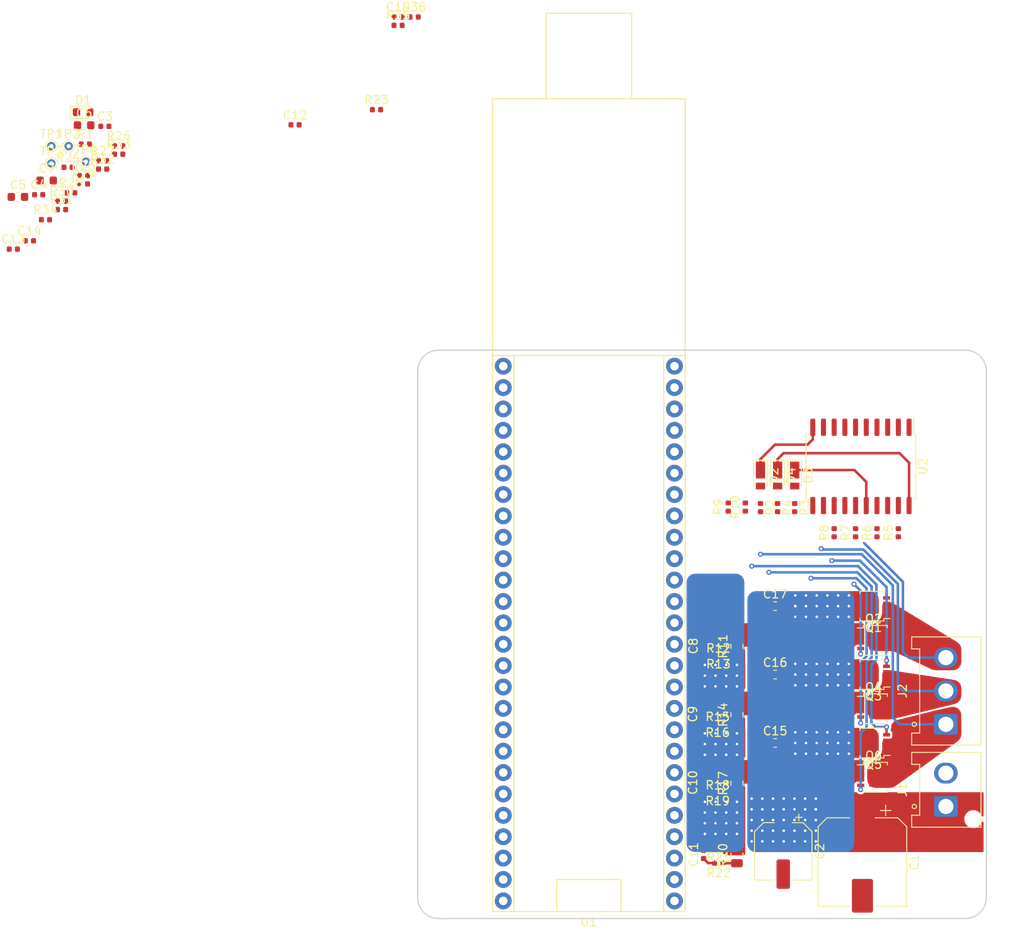
<source format=kicad_pcb>
(kicad_pcb (version 20171130) (host pcbnew "(5.0.2)-1")
  (layers (0 F.Cu signal) (31 B.Cu signal) (34 B.Paste user) (35 F.Paste user) (36 B.SilkS user) (37 F.SilkS user) (38 B.Mask user) (39 F.Mask user) (44 Edge.Cuts user))
  (net 0 "")
  (net 1 VDD)
  (net 2 GND)
  (net 3 MOTOR_U)
  (net 4 /VB1)
  (net 5 /VB2)
  (net 6 MOTOR_V)
  (net 7 MOTOR_W)
  (net 8 /VB3)
  (net 9 /ISL_1)
  (net 10 /ISH_1)
  (net 11 /ISH_2)
  (net 12 /ISL_2)
  (net 13 /ISL_3)
  (net 14 /ISH_3)
  (net 15 /ISH)
  (net 16 /ISL)
  (net 17 /BEMF1)
  (net 18 /BEMF2)
  (net 19 /BEMF3)
  (net 20 "Net-(D1-Pad2)")
  (net 21 "Net-(D2-Pad2)")
  (net 22 "Net-(D3-Pad2)")
  (net 23 "Net-(D4-Pad2)")
  (net 24 "Net-(Q1-Pad4)")
  (net 25 "Net-(Q2-Pad4)")
  (net 26 "Net-(Q2-Pad1)")
  (net 27 "Net-(Q3-Pad4)")
  (net 28 "Net-(Q4-Pad4)")
  (net 29 "Net-(Q4-Pad1)")
  (net 30 "Net-(Q5-Pad4)")
  (net 31 "Net-(Q6-Pad4)")
  (net 32 "Net-(Q6-Pad1)")
  (net 33 /HO1)
  (net 34 /LO1)
  (net 35 /HO2)
  (net 36 /LO2)
  (net 37 /HO3)
  (net 38 /LO3)
  (net 39 "Net-(R11-Pad1)")
  (net 40 "Net-(R23-Pad2)")
  (net 41 "Net-(R24-Pad2)")
  (net 42 "Net-(R25-Pad2)")
  (net 43 /BEMF_N)
  (net 44 "Net-(U1-Pad1)")
  (net 45 "Net-(U1-Pad27)")
  (net 46 "Net-(U1-Pad3)")
  (net 47 "Net-(U1-Pad4)")
  (net 48 "Net-(U1-Pad5)")
  (net 49 "Net-(U1-Pad6)")
  (net 50 "Net-(U1-Pad7)")
  (net 51 "Net-(U1-Pad8)")
  (net 52 "Net-(U1-Pad9)")
  (net 53 "Net-(U1-Pad10)")
  (net 54 "Net-(U1-Pad11)")
  (net 55 "Net-(U1-Pad20)")
  (net 56 "Net-(U1-Pad21)")
  (net 57 "Net-(U1-Pad22)")
  (net 58 "Net-(U1-Pad23)")
  (net 59 "Net-(U1-Pad24)")
  (net 60 "Net-(U1-Pad25)")
  (net 61 "Net-(U1-Pad28)")
  (net 62 "Net-(U1-Pad29)")
  (net 63 "Net-(U1-Pad30)")
  (net 64 "Net-(U1-Pad35)")
  (net 65 "Net-(U1-Pad36)")
  (net 66 "Net-(U1-Pad37)")
  (net 67 "Net-(U1-Pad38)")
  (net 68 "Net-(U1-Pad39)")
  (net 69 "Net-(U1-Pad40)")
  (net 70 "Net-(U1-Pad41)")
  (net 71 "Net-(U1-Pad42)")
  (net 72 /HIN_1)
  (net 73 /LIN_1)
  (net 74 /HIN_2)
  (net 75 /LIN_2)
  (net 76 /HIN_3)
  (net 77 /LIN_3)
  (net 78 "Net-(U1-Pad49)")
  (net 79 "Net-(U1-Pad50)")
  (net 80 "Net-(U1-Pad52)")
  (net 81 /VS)
  (module Resistor_SMD:R_0402_1005Metric (layer F.Cu) (at 201.862 101.136 90)
    (fp_text reference R9 (at 0 -1.17 90) (layer F.SilkS))
    (fp_text value 4.7)
    (pad 2 smd roundrect (at 0.485 0 90) (size 0.59 0.64) (layers F.Cu F.Paste F.Mask) (net 37 /HO3))
    (pad 1 smd roundrect (at -0.485 0 90) (size 0.59 0.64) (layers F.Cu F.Paste F.Mask) (net 30 "Net-(Q5-Pad4)"))
  )
  (module KUTKiCad_footprint:CY8CKIT-059 (layer F.Cu) (at 185.32 116.155)
    (fp_text reference U1 (at 0 34.29) (layer F.SilkS))
    (fp_text value PSoC5LP_Prototyping_Kit)
    (pad 52 thru_hole circle (at 10.16 -31.75 180) (size 2 2) (drill 1.02) (layers *.Cu *.Mask) (net 80 "Net-(U1-Pad52)"))
    (pad 51 thru_hole circle (at 10.16 -29.21 180) (size 2 2) (drill 1.02) (layers *.Cu *.Mask) (net 2 GND))
    (pad 50 thru_hole circle (at 10.16 -26.67 180) (size 2 2) (drill 1.02) (layers *.Cu *.Mask) (net 79 "Net-(U1-Pad50)"))
    (pad 49 thru_hole circle (at 10.16 -24.13 180) (size 2 2) (drill 1.02) (layers *.Cu *.Mask) (net 78 "Net-(U1-Pad49)"))
    (pad 48 thru_hole circle (at 10.16 -21.59 180) (size 2 2) (drill 1.02) (layers *.Cu *.Mask) (net 77 /LIN_3))
    (pad 47 thru_hole circle (at 10.16 -19.05 180) (size 2 2) (drill 1.02) (layers *.Cu *.Mask) (net 76 /HIN_3))
    (pad 46 thru_hole circle (at 10.16 -16.51 180) (size 2 2) (drill 1.02) (layers *.Cu *.Mask) (net 75 /LIN_2))
    (pad 45 thru_hole circle (at 10.16 -13.97 180) (size 2 2) (drill 1.02) (layers *.Cu *.Mask) (net 74 /HIN_2))
    (pad 44 thru_hole circle (at 10.16 -11.43 180) (size 2 2) (drill 1.02) (layers *.Cu *.Mask) (net 73 /LIN_1))
    (pad 43 thru_hole circle (at 10.16 -8.89 180) (size 2 2) (drill 1.02) (layers *.Cu *.Mask) (net 72 /HIN_1))
    (pad 42 thru_hole circle (at 10.16 -6.35 180) (size 2 2) (drill 1.02) (layers *.Cu *.Mask) (net 71 "Net-(U1-Pad42)"))
    (pad 41 thru_hole circle (at 10.16 -3.81 180) (size 2 2) (drill 1.02) (layers *.Cu *.Mask) (net 70 "Net-(U1-Pad41)"))
    (pad 40 thru_hole circle (at 10.16 -1.27 180) (size 2 2) (drill 1.02) (layers *.Cu *.Mask) (net 69 "Net-(U1-Pad40)"))
    (pad 39 thru_hole circle (at 10.16 1.27 180) (size 2 2) (drill 1.02) (layers *.Cu *.Mask) (net 68 "Net-(U1-Pad39)"))
    (pad 38 thru_hole circle (at 10.16 3.81 180) (size 2 2) (drill 1.02) (layers *.Cu *.Mask) (net 67 "Net-(U1-Pad38)"))
    (pad 37 thru_hole circle (at 10.16 6.35 180) (size 2 2) (drill 1.02) (layers *.Cu *.Mask) (net 66 "Net-(U1-Pad37)"))
    (pad 36 thru_hole circle (at 10.16 8.89 180) (size 2 2) (drill 1.02) (layers *.Cu *.Mask) (net 65 "Net-(U1-Pad36)"))
    (pad 35 thru_hole circle (at 10.16 11.43 180) (size 2 2) (drill 1.02) (layers *.Cu *.Mask) (net 64 "Net-(U1-Pad35)"))
    (pad 34 thru_hole circle (at 10.16 13.97 180) (size 2 2) (drill 1.02) (layers *.Cu *.Mask) (net 17 /BEMF1))
    (pad 33 thru_hole circle (at 10.16 16.51 180) (size 2 2) (drill 1.02) (layers *.Cu *.Mask) (net 18 /BEMF2))
    (pad 32 thru_hole circle (at 10.16 19.05 180) (size 2 2) (drill 1.02) (layers *.Cu *.Mask) (net 19 /BEMF3))
    (pad 31 thru_hole circle (at 10.16 21.59 180) (size 2 2) (drill 1.02) (layers *.Cu *.Mask) (net 43 /BEMF_N))
    (pad 30 thru_hole circle (at 10.16 24.13 180) (size 2 2) (drill 1.02) (layers *.Cu *.Mask) (net 63 "Net-(U1-Pad30)"))
    (pad 29 thru_hole circle (at 10.16 26.67 180) (size 2 2) (drill 1.02) (layers *.Cu *.Mask) (net 62 "Net-(U1-Pad29)"))
    (pad 28 thru_hole circle (at 10.16 29.21 180) (size 2 2) (drill 1.02) (layers *.Cu *.Mask) (net 61 "Net-(U1-Pad28)"))
    (pad 26 thru_hole circle (at -10.16 -31.75 180) (size 2 2) (drill 1.02) (layers *.Cu *.Mask) (net 2 GND))
    (pad 25 thru_hole circle (at -10.16 -29.21 180) (size 2 2) (drill 1.02) (layers *.Cu *.Mask) (net 60 "Net-(U1-Pad25)"))
    (pad 24 thru_hole circle (at -10.16 -26.67 180) (size 2 2) (drill 1.02) (layers *.Cu *.Mask) (net 59 "Net-(U1-Pad24)"))
    (pad 23 thru_hole circle (at -10.16 -24.13 180) (size 2 2) (drill 1.02) (layers *.Cu *.Mask) (net 58 "Net-(U1-Pad23)"))
    (pad 22 thru_hole circle (at -10.16 -21.59 180) (size 2 2) (drill 1.02) (layers *.Cu *.Mask) (net 57 "Net-(U1-Pad22)"))
    (pad 21 thru_hole circle (at -10.16 -19.05 180) (size 2 2) (drill 1.02) (layers *.Cu *.Mask) (net 56 "Net-(U1-Pad21)"))
    (pad 20 thru_hole circle (at -10.16 -16.51 180) (size 2 2) (drill 1.02) (layers *.Cu *.Mask) (net 55 "Net-(U1-Pad20)"))
    (pad 19 thru_hole circle (at -10.16 -13.97 180) (size 2 2) (drill 1.02) (layers *.Cu *.Mask) (net 15 /ISH))
    (pad 18 thru_hole circle (at -10.16 -11.43 180) (size 2 2) (drill 1.02) (layers *.Cu *.Mask) (net 16 /ISL))
    (pad 17 thru_hole circle (at -10.16 -8.89 180) (size 2 2) (drill 1.02) (layers *.Cu *.Mask) (net 10 /ISH_1))
    (pad 16 thru_hole circle (at -10.16 -6.35 180) (size 2 2) (drill 1.02) (layers *.Cu *.Mask) (net 9 /ISL_1))
    (pad 15 thru_hole circle (at -10.16 -3.81 180) (size 2 2) (drill 1.02) (layers *.Cu *.Mask) (net 11 /ISH_2))
    (pad 14 thru_hole circle (at -10.16 -1.27 180) (size 2 2) (drill 1.02) (layers *.Cu *.Mask) (net 12 /ISL_2))
    (pad 13 thru_hole circle (at -10.16 1.27 180) (size 2 2) (drill 1.02) (layers *.Cu *.Mask) (net 14 /ISH_3))
    (pad 12 thru_hole circle (at -10.16 3.81 180) (size 2 2) (drill 1.02) (layers *.Cu *.Mask) (net 13 /ISL_3))
    (pad 11 thru_hole circle (at -10.16 6.35 180) (size 2 2) (drill 1.02) (layers *.Cu *.Mask) (net 54 "Net-(U1-Pad11)"))
    (pad 10 thru_hole circle (at -10.16 8.89 180) (size 2 2) (drill 1.02) (layers *.Cu *.Mask) (net 53 "Net-(U1-Pad10)"))
    (pad 9 thru_hole circle (at -10.16 11.43 180) (size 2 2) (drill 1.02) (layers *.Cu *.Mask) (net 52 "Net-(U1-Pad9)"))
    (pad 8 thru_hole circle (at -10.16 13.97 180) (size 2 2) (drill 1.02) (layers *.Cu *.Mask) (net 51 "Net-(U1-Pad8)"))
    (pad 7 thru_hole circle (at -10.16 16.51 180) (size 2 2) (drill 1.02) (layers *.Cu *.Mask) (net 50 "Net-(U1-Pad7)"))
    (pad 6 thru_hole circle (at -10.16 19.05 180) (size 2 2) (drill 1.02) (layers *.Cu *.Mask) (net 49 "Net-(U1-Pad6)"))
    (pad 5 thru_hole circle (at -10.16 21.59 180) (size 2 2) (drill 1.02) (layers *.Cu *.Mask) (net 48 "Net-(U1-Pad5)"))
    (pad 4 thru_hole circle (at -10.16 24.13 180) (size 2 2) (drill 1.02) (layers *.Cu *.Mask) (net 47 "Net-(U1-Pad4)"))
    (pad 3 thru_hole circle (at -10.16 26.67 180) (size 2 2) (drill 1.02) (layers *.Cu *.Mask) (net 46 "Net-(U1-Pad3)"))
    (pad 2 thru_hole circle (at -10.16 29.21 180) (size 2 2) (drill 1.02) (layers *.Cu *.Mask) (net 2 GND))
    (pad 27 thru_hole circle (at 10.16 31.75 180) (size 2 2) (drill 1.02) (layers *.Cu *.Mask) (net 45 "Net-(U1-Pad27)"))
    (pad 1 thru_hole circle (at -10.16 31.75 180) (size 2 2) (drill 1.02) (layers *.Cu *.Mask) (net 44 "Net-(U1-Pad1)"))
  )
  (module Package_SO:SOIC-20W_7.5x12.8mm_P1.27mm (layer F.Cu) (at 217.61 96.31 270)
    (fp_text reference U2 (at 0 -7.35 270) (layer F.SilkS))
    (fp_text value FAN7888)
    (pad 1 smd roundrect (at -4.65 -5.715 270) (size 2.05 0.6) (layers F.Cu F.Paste F.Mask) (net 72 /HIN_1))
    (pad 2 smd roundrect (at -4.65 -4.445 270) (size 2.05 0.6) (layers F.Cu F.Paste F.Mask) (net 73 /LIN_1))
    (pad 3 smd roundrect (at -4.65 -3.175 270) (size 2.05 0.6) (layers F.Cu F.Paste F.Mask) (net 74 /HIN_2))
    (pad 4 smd roundrect (at -4.65 -1.905 270) (size 2.05 0.6) (layers F.Cu F.Paste F.Mask) (net 75 /LIN_2))
    (pad 5 smd roundrect (at -4.65 -0.635 270) (size 2.05 0.6) (layers F.Cu F.Paste F.Mask) (net 76 /HIN_3))
    (pad 6 smd roundrect (at -4.65 0.635 270) (size 2.05 0.6) (layers F.Cu F.Paste F.Mask) (net 77 /LIN_3))
    (pad 7 smd roundrect (at -4.65 1.905 270) (size 2.05 0.6) (layers F.Cu F.Paste F.Mask) (net 38 /LO3))
    (pad 8 smd roundrect (at -4.65 3.175 270) (size 2.05 0.6) (layers F.Cu F.Paste F.Mask) (net 7 MOTOR_W))
    (pad 9 smd roundrect (at -4.65 4.445 270) (size 2.05 0.6) (layers F.Cu F.Paste F.Mask) (net 37 /HO3))
    (pad 10 smd roundrect (at -4.65 5.715 270) (size 2.05 0.6) (layers F.Cu F.Paste F.Mask) (net 8 /VB3))
    (pad 11 smd roundrect (at 4.65 5.715 270) (size 2.05 0.6) (layers F.Cu F.Paste F.Mask) (net 2 GND))
    (pad 12 smd roundrect (at 4.65 4.445 270) (size 2.05 0.6) (layers F.Cu F.Paste F.Mask) (net 1 VDD))
    (pad 13 smd roundrect (at 4.65 3.175 270) (size 2.05 0.6) (layers F.Cu F.Paste F.Mask) (net 36 /LO2))
    (pad 14 smd roundrect (at 4.65 1.905 270) (size 2.05 0.6) (layers F.Cu F.Paste F.Mask) (net 6 MOTOR_V))
    (pad 15 smd roundrect (at 4.65 0.635 270) (size 2.05 0.6) (layers F.Cu F.Paste F.Mask) (net 35 /HO2))
    (pad 16 smd roundrect (at 4.65 -0.635 270) (size 2.05 0.6) (layers F.Cu F.Paste F.Mask) (net 5 /VB2))
    (pad 17 smd roundrect (at 4.65 -1.905 270) (size 2.05 0.6) (layers F.Cu F.Paste F.Mask) (net 34 /LO1))
    (pad 18 smd roundrect (at 4.65 -3.175 270) (size 2.05 0.6) (layers F.Cu F.Paste F.Mask) (net 3 MOTOR_U))
    (pad 19 smd roundrect (at 4.65 -4.445 270) (size 2.05 0.6) (layers F.Cu F.Paste F.Mask) (net 33 /HO1))
    (pad 20 smd roundrect (at 4.65 -5.715 270) (size 2.05 0.6) (layers F.Cu F.Paste F.Mask) (net 4 /VB1))
  )
  (module MountingHole:MountingHole_3.2mm_M3 (layer F.Cu) (at 227.5 87.5)
    (fp_text reference REF** hide)
    (fp_text value MountingHole_3.2mm_M3)
    (pad 1 np_thru_hole circle (at 0 0) (size 3.2 3.2) (drill 3.2) (layers *.Cu *.Mask))
  )
  (module MountingHole:MountingHole_3.2mm_M3 (layer F.Cu) (at 227.5 145)
    (fp_text reference REF** hide)
    (fp_text value MountingHole_3.2mm_M3)
    (pad 1 np_thru_hole circle (at 0 0) (size 3.2 3.2) (drill 3.2) (layers *.Cu *.Mask))
  )
  (module MountingHole:MountingHole_3.2mm_M3 (layer F.Cu) (at 170 145)
    (fp_text reference REF** hide)
    (fp_text value MountingHole_3.2mm_M3)
    (pad 1 np_thru_hole circle (at 0 0) (size 3.2 3.2) (drill 3.2) (layers *.Cu *.Mask))
  )
  (module Capacitor_SMD:CP_Elec_10x10 (layer F.Cu) (at 217.789 143.296 270)
    (fp_text reference C1 (at 0 -6.2 270) (layer F.SilkS))
    (fp_text value 470u)
    (pad 1 smd roundrect (at -4 0 270) (size 4 2.5) (layers F.Cu F.Paste F.Mask) (roundrect_rratio 0.1) (net 1 VDD))
    (pad 2 smd roundrect (at 4 0 270) (size 4 2.5) (layers F.Cu F.Paste F.Mask) (roundrect_rratio 0.1) (net 2 GND))
  )
  (module Capacitor_SMD:CP_Elec_6.3x7.7 (layer F.Cu) (at 208.391 142.026 270)
    (fp_text reference C2 (at 0 -4.35 270) (layer F.SilkS))
    (fp_text value 100u)
    (pad 1 smd roundrect (at -2.7 0 270) (size 3.5 1.6) (layers F.Cu F.Paste F.Mask) (roundrect_rratio 0.15625) (net 1 VDD))
    (pad 2 smd roundrect (at 2.7 0 270) (size 3.5 1.6) (layers F.Cu F.Paste F.Mask) (roundrect_rratio 0.15625) (net 2 GND))
  )
  (module Capacitor_SMD:C_0402_1005Metric (layer F.Cu) (at 127.875001 55.925001)
    (fp_text reference C3 (at 0 -1.17) (layer F.SilkS))
    (fp_text value 1u)
    (pad 2 smd roundrect (at 0.485 0) (size 0.59 0.64) (layers F.Cu F.Paste F.Mask) (net 1 VDD))
    (pad 1 smd roundrect (at -0.485 0) (size 0.59 0.64) (layers F.Cu F.Paste F.Mask) (net 2 GND))
  )
  (module Capacitor_SMD:C_0402_1005Metric (layer F.Cu) (at 120.015001 64.045001)
    (fp_text reference C4 (at 0 -1.17) (layer F.SilkS))
    (fp_text value 1u)
    (pad 1 smd roundrect (at -0.485 0) (size 0.59 0.64) (layers F.Cu F.Paste F.Mask) (net 2 GND))
    (pad 2 smd roundrect (at 0.485 0) (size 0.59 0.64) (layers F.Cu F.Paste F.Mask) (net 1 VDD))
  )
  (module Capacitor_SMD:C_0603_1608Metric (layer F.Cu) (at 117.555001 64.305001)
    (fp_text reference C5 (at 0 -1.43) (layer F.SilkS))
    (fp_text value 2.2u)
    (pad 1 smd roundrect (at -0.7875 0) (size 0.875 0.95) (layers F.Cu F.Paste F.Mask) (net 3 MOTOR_U))
    (pad 2 smd roundrect (at 0.7875 0) (size 0.875 0.95) (layers F.Cu F.Paste F.Mask) (net 4 /VB1))
  )
  (module Capacitor_SMD:C_0603_1608Metric (layer F.Cu) (at 125.415001 55.795001)
    (fp_text reference C6 (at 0 -1.43) (layer F.SilkS))
    (fp_text value 2.2u)
    (pad 2 smd roundrect (at 0.7875 0) (size 0.875 0.95) (layers F.Cu F.Paste F.Mask) (net 5 /VB2))
    (pad 1 smd roundrect (at -0.7875 0) (size 0.875 0.95) (layers F.Cu F.Paste F.Mask) (net 6 MOTOR_V))
  )
  (module Capacitor_SMD:C_0603_1608Metric (layer F.Cu) (at 120.965001 62.355001)
    (fp_text reference C7 (at 0 -1.43) (layer F.SilkS))
    (fp_text value 2.2u)
    (pad 1 smd roundrect (at -0.7875 0) (size 0.875 0.95) (layers F.Cu F.Paste F.Mask) (net 7 MOTOR_W))
    (pad 2 smd roundrect (at 0.7875 0) (size 0.875 0.95) (layers F.Cu F.Paste F.Mask) (net 8 /VB3))
  )
  (module Capacitor_SMD:C_0402_1005Metric (layer F.Cu) (at 198.895 117.6405 90)
    (fp_text reference C8 (at 0 -1.17 90) (layer F.SilkS))
    (fp_text value 0.1u)
    (pad 1 smd roundrect (at -0.485 0 90) (size 0.59 0.64) (layers F.Cu F.Paste F.Mask) (net 9 /ISL_1))
    (pad 2 smd roundrect (at 0.485 0 90) (size 0.59 0.64) (layers F.Cu F.Paste F.Mask) (net 10 /ISH_1))
  )
  (module Capacitor_SMD:C_0402_1005Metric (layer F.Cu) (at 198.831 125.7275 90)
    (fp_text reference C9 (at 0 -1.17 90) (layer F.SilkS))
    (fp_text value 0.1u)
    (pad 2 smd roundrect (at 0.485 0 90) (size 0.59 0.64) (layers F.Cu F.Paste F.Mask) (net 11 /ISH_2))
    (pad 1 smd roundrect (at -0.485 0 90) (size 0.59 0.64) (layers F.Cu F.Paste F.Mask) (net 12 /ISL_2))
  )
  (module Capacitor_SMD:C_0402_1005Metric (layer F.Cu) (at 198.831 133.8555 90)
    (fp_text reference C10 (at 0 -1.17 90) (layer F.SilkS))
    (fp_text value 0.1u)
    (pad 1 smd roundrect (at -0.485 0 90) (size 0.59 0.64) (layers F.Cu F.Paste F.Mask) (net 13 /ISL_3))
    (pad 2 smd roundrect (at 0.485 0 90) (size 0.59 0.64) (layers F.Cu F.Paste F.Mask) (net 14 /ISH_3))
  )
  (module Capacitor_SMD:C_0402_1005Metric (layer F.Cu) (at 198.94 142.3945 90)
    (fp_text reference C11 (at 0 -1.17 90) (layer F.SilkS))
    (fp_text value 0.1u)
    (pad 2 smd roundrect (at 0.485 0 90) (size 0.59 0.64) (layers F.Cu F.Paste F.Mask) (net 15 /ISH))
    (pad 1 smd roundrect (at -0.485 0 90) (size 0.59 0.64) (layers F.Cu F.Paste F.Mask) (net 16 /ISL))
  )
  (module Capacitor_SMD:C_0402_1005Metric (layer F.Cu) (at 150.445001 55.745001)
    (fp_text reference C12 (at 0 -1.17) (layer F.SilkS))
    (fp_text value 82p)
    (pad 1 smd roundrect (at -0.485 0) (size 0.59 0.64) (layers F.Cu F.Paste F.Mask) (net 2 GND))
    (pad 2 smd roundrect (at 0.485 0) (size 0.59 0.64) (layers F.Cu F.Paste F.Mask) (net 17 /BEMF1))
  )
  (module Capacitor_SMD:C_0402_1005Metric (layer F.Cu) (at 117.005001 70.505001)
    (fp_text reference C13 (at 0 -1.17) (layer F.SilkS))
    (fp_text value 82p)
    (pad 2 smd roundrect (at 0.485 0) (size 0.59 0.64) (layers F.Cu F.Paste F.Mask) (net 18 /BEMF2))
    (pad 1 smd roundrect (at -0.485 0) (size 0.59 0.64) (layers F.Cu F.Paste F.Mask) (net 2 GND))
  )
  (module Capacitor_SMD:C_0402_1005Metric (layer F.Cu) (at 118.915001 69.515001)
    (fp_text reference C14 (at 0 -1.17) (layer F.SilkS))
    (fp_text value 82p)
    (pad 1 smd roundrect (at -0.485 0) (size 0.59 0.64) (layers F.Cu F.Paste F.Mask) (net 2 GND))
    (pad 2 smd roundrect (at 0.485 0) (size 0.59 0.64) (layers F.Cu F.Paste F.Mask) (net 19 /BEMF3))
  )
  (module LED_SMD:LED_0603_1608Metric (layer F.Cu) (at 125.295001 54.245001)
    (fp_text reference D1 (at 0 -1.43) (layer F.SilkS))
    (fp_text value Red)
    (pad 1 smd roundrect (at -0.7875 0) (size 0.875 0.95) (layers F.Cu F.Paste F.Mask) (net 2 GND))
    (pad 2 smd roundrect (at 0.7875 0) (size 0.875 0.95) (layers F.Cu F.Paste F.Mask) (net 20 "Net-(D1-Pad2)"))
  )
  (module Diode_SMD:D_TUMD2 (layer F.Cu) (at 205.689 97.3915 270)
    (fp_text reference D2 (at 0 -1.6 270) (layer F.SilkS))
    (fp_text value RSX101VAM-30)
    (pad 2 smd rect (at 1.25 0 90) (size 0.8 1.1) (layers F.Cu F.Paste F.Mask) (net 21 "Net-(D2-Pad2)"))
    (pad 1 smd rect (at -0.65 0 90) (size 2 1.1) (layers F.Cu F.Paste F.Mask) (net 8 /VB3))
  )
  (module Diode_SMD:D_TUMD2 (layer F.Cu) (at 209.753 97.3915 270)
    (fp_text reference D3 (at 0 -1.6 270) (layer F.SilkS))
    (fp_text value RSX101VAM-30)
    (pad 1 smd rect (at -0.65 0 90) (size 2 1.1) (layers F.Cu F.Paste F.Mask) (net 5 /VB2))
    (pad 2 smd rect (at 1.25 0 90) (size 0.8 1.1) (layers F.Cu F.Paste F.Mask) (net 22 "Net-(D3-Pad2)"))
  )
  (module Diode_SMD:D_TUMD2 (layer F.Cu) (at 207.721 97.3915 270)
    (fp_text reference D4 (at 0 -1.6 270) (layer F.SilkS))
    (fp_text value RSX101VAM-30)
    (pad 2 smd rect (at 1.25 0 90) (size 0.8 1.1) (layers F.Cu F.Paste F.Mask) (net 23 "Net-(D4-Pad2)"))
    (pad 1 smd rect (at -0.65 0 90) (size 2 1.1) (layers F.Cu F.Paste F.Mask) (net 4 /VB1))
  )
  (module Connector_Hirose:Hirose_DF63M-2P-3.96DSA_1x02_P3.96mm_Vertical (layer F.Cu) (at 227.695 136.692 90)
    (fp_text reference J1 (at 1.98 -5.15 90) (layer F.SilkS))
    (fp_text value POWER)
    (pad 1 thru_hole roundrect (at 0 0 90) (size 2.46 2.8) (drill 1.8) (layers *.Cu *.Mask) (roundrect_rratio 0.101626) (net 1 VDD))
    (pad 2 thru_hole oval (at 3.96 0 90) (size 2.46 2.8) (drill 1.8) (layers *.Cu *.Mask) (net 2 GND))
    (pad "" np_thru_hole circle (at -1.5 3.25 90) (size 1.6 1.6) (drill 1.6) (layers *.Cu *.Mask))
  )
  (module Connector_Hirose:Hirose_DF63M-3P-3.96DSA_1x03_P3.96mm_Vertical (layer F.Cu) (at 227.695 126.936 90)
    (fp_text reference J2 (at 3.96 -5.15 90) (layer F.SilkS))
    (fp_text value MOTOR)
    (pad 1 thru_hole roundrect (at 0 0 90) (size 2.46 2.8) (drill 1.8) (layers *.Cu *.Mask) (roundrect_rratio 0.101626) (net 7 MOTOR_W))
    (pad 2 thru_hole oval (at 3.96 0 90) (size 2.46 2.8) (drill 1.8) (layers *.Cu *.Mask) (net 6 MOTOR_V))
    (pad 3 thru_hole oval (at 7.92 0 90) (size 2.46 2.8) (drill 1.8) (layers *.Cu *.Mask) (net 3 MOTOR_U))
    (pad "" np_thru_hole circle (at -1.5 3.25 90) (size 1.6 1.6) (drill 1.6) (layers *.Cu *.Mask))
  )
  (module Package_TO_SOT_SMD:LFPAK33 (layer F.Cu) (at 219.118 112.9 180)
    (fp_text reference Q1 (at 0 -2.55 180) (layer F.SilkS))
    (fp_text value BUK7M15-60EX)
    (pad 5 smd rect (at 1.575 -0.975 180) (size 0.75 0.4) (layers F.Cu F.Mask) (net 1 VDD))
    (pad 5 smd rect (at 1.575 0.975 180) (size 0.75 0.4) (layers F.Cu F.Mask) (net 1 VDD))
    (pad 5 smd rect (at 1.575 -0.325 180) (size 0.75 0.4) (layers F.Cu F.Mask) (net 1 VDD))
    (pad 2 smd rect (at -1.535 -0.325 180) (size 0.83 0.4) (layers F.Cu F.Mask) (net 3 MOTOR_U))
    (pad 1 smd rect (at -1.535 -0.975 180) (size 0.83 0.4) (layers F.Cu F.Mask) (net 3 MOTOR_U))
    (pad 3 smd rect (at -1.535 0.325 180) (size 0.83 0.4) (layers F.Cu F.Mask) (net 3 MOTOR_U))
    (pad 5 smd rect (at 0.405 0 180) (size 1.85 2.25) (layers F.Cu F.Mask) (net 1 VDD))
    (pad 5 smd rect (at 1.575 0.325 180) (size 0.75 0.4) (layers F.Cu F.Mask) (net 1 VDD))
    (pad 4 smd rect (at -1.535 0.975 180) (size 0.83 0.4) (layers F.Cu F.Mask) (net 24 "Net-(Q1-Pad4)"))
  )
  (module Package_TO_SOT_SMD:LFPAK33 (layer F.Cu) (at 219.118 116.964)
    (fp_text reference Q2 (at 0 -2.55) (layer F.SilkS))
    (fp_text value BUK7M15-60EX)
    (pad 4 smd rect (at -1.535 0.975) (size 0.83 0.4) (layers F.Cu F.Mask) (net 25 "Net-(Q2-Pad4)"))
    (pad 5 smd rect (at 1.575 0.325) (size 0.75 0.4) (layers F.Cu F.Mask) (net 3 MOTOR_U))
    (pad 5 smd rect (at 0.405 0) (size 1.85 2.25) (layers F.Cu F.Mask) (net 3 MOTOR_U))
    (pad 3 smd rect (at -1.535 0.325) (size 0.83 0.4) (layers F.Cu F.Mask) (net 26 "Net-(Q2-Pad1)"))
    (pad 1 smd rect (at -1.535 -0.975) (size 0.83 0.4) (layers F.Cu F.Mask) (net 26 "Net-(Q2-Pad1)"))
    (pad 2 smd rect (at -1.535 -0.325) (size 0.83 0.4) (layers F.Cu F.Mask) (net 26 "Net-(Q2-Pad1)"))
    (pad 5 smd rect (at 1.575 -0.325) (size 0.75 0.4) (layers F.Cu F.Mask) (net 3 MOTOR_U))
    (pad 5 smd rect (at 1.575 0.975) (size 0.75 0.4) (layers F.Cu F.Mask) (net 3 MOTOR_U))
    (pad 5 smd rect (at 1.575 -0.975) (size 0.75 0.4) (layers F.Cu F.Mask) (net 3 MOTOR_U))
  )
  (module Package_TO_SOT_SMD:LFPAK33 (layer F.Cu) (at 219.118 121.028 180)
    (fp_text reference Q3 (at 0 -2.55 180) (layer F.SilkS))
    (fp_text value BUK7M15-60EX)
    (pad 5 smd rect (at 1.575 -0.975 180) (size 0.75 0.4) (layers F.Cu F.Mask) (net 1 VDD))
    (pad 5 smd rect (at 1.575 0.975 180) (size 0.75 0.4) (layers F.Cu F.Mask) (net 1 VDD))
    (pad 5 smd rect (at 1.575 -0.325 180) (size 0.75 0.4) (layers F.Cu F.Mask) (net 1 VDD))
    (pad 2 smd rect (at -1.535 -0.325 180) (size 0.83 0.4) (layers F.Cu F.Mask) (net 6 MOTOR_V))
    (pad 1 smd rect (at -1.535 -0.975 180) (size 0.83 0.4) (layers F.Cu F.Mask) (net 6 MOTOR_V))
    (pad 3 smd rect (at -1.535 0.325 180) (size 0.83 0.4) (layers F.Cu F.Mask) (net 6 MOTOR_V))
    (pad 5 smd rect (at 0.405 0 180) (size 1.85 2.25) (layers F.Cu F.Mask) (net 1 VDD))
    (pad 5 smd rect (at 1.575 0.325 180) (size 0.75 0.4) (layers F.Cu F.Mask) (net 1 VDD))
    (pad 4 smd rect (at -1.535 0.975 180) (size 0.83 0.4) (layers F.Cu F.Mask) (net 27 "Net-(Q3-Pad4)"))
  )
  (module Package_TO_SOT_SMD:LFPAK33 (layer F.Cu) (at 219.118 125.092)
    (fp_text reference Q4 (at 0 -2.55) (layer F.SilkS))
    (fp_text value BUK7M15-60EX)
    (pad 4 smd rect (at -1.535 0.975) (size 0.83 0.4) (layers F.Cu F.Mask) (net 28 "Net-(Q4-Pad4)"))
    (pad 5 smd rect (at 1.575 0.325) (size 0.75 0.4) (layers F.Cu F.Mask) (net 6 MOTOR_V))
    (pad 5 smd rect (at 0.405 0) (size 1.85 2.25) (layers F.Cu F.Mask) (net 6 MOTOR_V))
    (pad 3 smd rect (at -1.535 0.325) (size 0.83 0.4) (layers F.Cu F.Mask) (net 29 "Net-(Q4-Pad1)"))
    (pad 1 smd rect (at -1.535 -0.975) (size 0.83 0.4) (layers F.Cu F.Mask) (net 29 "Net-(Q4-Pad1)"))
    (pad 2 smd rect (at -1.535 -0.325) (size 0.83 0.4) (layers F.Cu F.Mask) (net 29 "Net-(Q4-Pad1)"))
    (pad 5 smd rect (at 1.575 -0.325) (size 0.75 0.4) (layers F.Cu F.Mask) (net 6 MOTOR_V))
    (pad 5 smd rect (at 1.575 0.975) (size 0.75 0.4) (layers F.Cu F.Mask) (net 6 MOTOR_V))
    (pad 5 smd rect (at 1.575 -0.975) (size 0.75 0.4) (layers F.Cu F.Mask) (net 6 MOTOR_V))
  )
  (module Package_TO_SOT_SMD:LFPAK33 (layer F.Cu) (at 219.118 129.156 180)
    (fp_text reference Q5 (at 0 -2.55 180) (layer F.SilkS))
    (fp_text value BUK7M15-60EX)
    (pad 5 smd rect (at 1.575 -0.975 180) (size 0.75 0.4) (layers F.Cu F.Mask) (net 1 VDD))
    (pad 5 smd rect (at 1.575 0.975 180) (size 0.75 0.4) (layers F.Cu F.Mask) (net 1 VDD))
    (pad 5 smd rect (at 1.575 -0.325 180) (size 0.75 0.4) (layers F.Cu F.Mask) (net 1 VDD))
    (pad 2 smd rect (at -1.535 -0.325 180) (size 0.83 0.4) (layers F.Cu F.Mask) (net 7 MOTOR_W))
    (pad 1 smd rect (at -1.535 -0.975 180) (size 0.83 0.4) (layers F.Cu F.Mask) (net 7 MOTOR_W))
    (pad 3 smd rect (at -1.535 0.325 180) (size 0.83 0.4) (layers F.Cu F.Mask) (net 7 MOTOR_W))
    (pad 5 smd rect (at 0.405 0 180) (size 1.85 2.25) (layers F.Cu F.Mask) (net 1 VDD))
    (pad 5 smd rect (at 1.575 0.325 180) (size 0.75 0.4) (layers F.Cu F.Mask) (net 1 VDD))
    (pad 4 smd rect (at -1.535 0.975 180) (size 0.83 0.4) (layers F.Cu F.Mask) (net 30 "Net-(Q5-Pad4)"))
  )
  (module Package_TO_SOT_SMD:LFPAK33 (layer F.Cu) (at 219.118 133.22)
    (fp_text reference Q6 (at 0 -2.55) (layer F.SilkS))
    (fp_text value BUK7M15-60EX)
    (pad 4 smd rect (at -1.535 0.975) (size 0.83 0.4) (layers F.Cu F.Mask) (net 31 "Net-(Q6-Pad4)"))
    (pad 5 smd rect (at 1.575 0.325) (size 0.75 0.4) (layers F.Cu F.Mask) (net 7 MOTOR_W))
    (pad 5 smd rect (at 0.405 0) (size 1.85 2.25) (layers F.Cu F.Mask) (net 7 MOTOR_W))
    (pad 3 smd rect (at -1.535 0.325) (size 0.83 0.4) (layers F.Cu F.Mask) (net 32 "Net-(Q6-Pad1)"))
    (pad 1 smd rect (at -1.535 -0.975) (size 0.83 0.4) (layers F.Cu F.Mask) (net 32 "Net-(Q6-Pad1)"))
    (pad 2 smd rect (at -1.535 -0.325) (size 0.83 0.4) (layers F.Cu F.Mask) (net 32 "Net-(Q6-Pad1)"))
    (pad 5 smd rect (at 1.575 -0.325) (size 0.75 0.4) (layers F.Cu F.Mask) (net 7 MOTOR_W))
    (pad 5 smd rect (at 1.575 0.975) (size 0.75 0.4) (layers F.Cu F.Mask) (net 7 MOTOR_W))
    (pad 5 smd rect (at 1.575 -0.975) (size 0.75 0.4) (layers F.Cu F.Mask) (net 7 MOTOR_W))
  )
  (module Resistor_SMD:R_0402_1005Metric (layer F.Cu) (at 125.555001 58.035001)
    (fp_text reference R1 (at 0 -1.17) (layer F.SilkS))
    (fp_text value 4.7k)
    (pad 1 smd roundrect (at -0.485 0) (size 0.59 0.64) (layers F.Cu F.Paste F.Mask) (net 20 "Net-(D1-Pad2)"))
    (pad 2 smd roundrect (at 0.485 0) (size 0.59 0.64) (layers F.Cu F.Paste F.Mask) (net 1 VDD))
  )
  (module Resistor_SMD:R_0402_1005Metric (layer F.Cu) (at 205.689 101.2015 270)
    (fp_text reference R2 (at 0 -1.17 270) (layer F.SilkS))
    (fp_text value 10)
    (pad 2 smd roundrect (at 0.485 0 270) (size 0.59 0.64) (layers F.Cu F.Paste F.Mask) (net 1 VDD))
    (pad 1 smd roundrect (at -0.485 0 270) (size 0.59 0.64) (layers F.Cu F.Paste F.Mask) (net 21 "Net-(D2-Pad2)"))
  )
  (module Resistor_SMD:R_0402_1005Metric (layer F.Cu) (at 209.753 101.2015 270)
    (fp_text reference R3 (at 0 -1.17 270) (layer F.SilkS))
    (fp_text value 10)
    (pad 2 smd roundrect (at 0.485 0 270) (size 0.59 0.64) (layers F.Cu F.Paste F.Mask) (net 1 VDD))
    (pad 1 smd roundrect (at -0.485 0 270) (size 0.59 0.64) (layers F.Cu F.Paste F.Mask) (net 22 "Net-(D3-Pad2)"))
  )
  (module Resistor_SMD:R_0402_1005Metric (layer F.Cu) (at 207.721 101.2015 270)
    (fp_text reference R4 (at 0 -1.17 270) (layer F.SilkS))
    (fp_text value 10)
    (pad 1 smd roundrect (at -0.485 0 270) (size 0.59 0.64) (layers F.Cu F.Paste F.Mask) (net 23 "Net-(D4-Pad2)"))
    (pad 2 smd roundrect (at 0.485 0 270) (size 0.59 0.64) (layers F.Cu F.Paste F.Mask) (net 1 VDD))
  )
  (module Resistor_SMD:R_0402_1005Metric (layer F.Cu) (at 222.055 104.184 90)
    (fp_text reference R5 (at 0 -1.17 90) (layer F.SilkS))
    (fp_text value 4.7)
    (pad 1 smd roundrect (at -0.485 0 90) (size 0.59 0.64) (layers F.Cu F.Paste F.Mask) (net 24 "Net-(Q1-Pad4)"))
    (pad 2 smd roundrect (at 0.485 0 90) (size 0.59 0.64) (layers F.Cu F.Paste F.Mask) (net 33 /HO1))
  )
  (module Resistor_SMD:R_0402_1005Metric (layer F.Cu) (at 219.515 104.184 90)
    (fp_text reference R6 (at 0 -1.17 90) (layer F.SilkS))
    (fp_text value 4.7)
    (pad 2 smd roundrect (at 0.485 0 90) (size 0.59 0.64) (layers F.Cu F.Paste F.Mask) (net 34 /LO1))
    (pad 1 smd roundrect (at -0.485 0 90) (size 0.59 0.64) (layers F.Cu F.Paste F.Mask) (net 25 "Net-(Q2-Pad4)"))
  )
  (module Resistor_SMD:R_0402_1005Metric (layer F.Cu) (at 216.975 104.184 90)
    (fp_text reference R7 (at 0 -1.17 90) (layer F.SilkS))
    (fp_text value 4.7)
    (pad 1 smd roundrect (at -0.485 0 90) (size 0.59 0.64) (layers F.Cu F.Paste F.Mask) (net 27 "Net-(Q3-Pad4)"))
    (pad 2 smd roundrect (at 0.485 0 90) (size 0.59 0.64) (layers F.Cu F.Paste F.Mask) (net 35 /HO2))
  )
  (module Resistor_SMD:R_0402_1005Metric (layer F.Cu) (at 214.435 104.184 90)
    (fp_text reference R8 (at 0 -1.17 90) (layer F.SilkS))
    (fp_text value 4.7)
    (pad 2 smd roundrect (at 0.485 0 90) (size 0.59 0.64) (layers F.Cu F.Paste F.Mask) (net 36 /LO2))
    (pad 1 smd roundrect (at -0.485 0 90) (size 0.59 0.64) (layers F.Cu F.Paste F.Mask) (net 28 "Net-(Q4-Pad4)"))
  )
  (module Resistor_SMD:R_0402_1005Metric (layer F.Cu) (at 203.889 101.136 90)
    (fp_text reference R10 (at 0 -1.17 90) (layer F.SilkS))
    (fp_text value 4.7)
    (pad 1 smd roundrect (at -0.485 0 90) (size 0.59 0.64) (layers F.Cu F.Paste F.Mask) (net 31 "Net-(Q6-Pad4)"))
    (pad 2 smd roundrect (at 0.485 0 90) (size 0.59 0.64) (layers F.Cu F.Paste F.Mask) (net 38 /LO3))
  )
  (module Resistor_SMD:R_0805_2012Metric (layer F.Cu) (at 202.895 117.678 90)
    (fp_text reference R11 (at 0 -1.65 90) (layer F.SilkS))
    (fp_text value 2m)
    (pad 2 smd roundrect (at 0.9375 0 90) (size 0.975 1.4) (layers F.Cu F.Paste F.Mask) (net 26 "Net-(Q2-Pad1)"))
    (pad 1 smd roundrect (at -0.9375 0 90) (size 0.975 1.4) (layers F.Cu F.Paste F.Mask) (net 39 "Net-(R11-Pad1)"))
  )
  (module Resistor_SMD:R_0402_1005Metric (layer F.Cu) (at 200.695 116.7405 180)
    (fp_text reference R12 (at 0 -1.17 180) (layer F.SilkS))
    (fp_text value 4.7)
    (pad 1 smd roundrect (at -0.485 0 180) (size 0.59 0.64) (layers F.Cu F.Paste F.Mask) (net 26 "Net-(Q2-Pad1)"))
    (pad 2 smd roundrect (at 0.485 0 180) (size 0.59 0.64) (layers F.Cu F.Paste F.Mask) (net 10 /ISH_1))
  )
  (module Resistor_SMD:R_0402_1005Metric (layer F.Cu) (at 200.695 118.6155 180)
    (fp_text reference R13 (at 0 -1.17 180) (layer F.SilkS))
    (fp_text value 4.7)
    (pad 2 smd roundrect (at 0.485 0 180) (size 0.59 0.64) (layers F.Cu F.Paste F.Mask) (net 9 /ISL_1))
    (pad 1 smd roundrect (at -0.485 0 180) (size 0.59 0.64) (layers F.Cu F.Paste F.Mask) (net 39 "Net-(R11-Pad1)"))
  )
  (module Resistor_SMD:R_0805_2012Metric (layer F.Cu) (at 202.895 125.806 90)
    (fp_text reference R14 (at 0 -1.65 90) (layer F.SilkS))
    (fp_text value 2m)
    (pad 1 smd roundrect (at -0.9375 0 90) (size 0.975 1.4) (layers F.Cu F.Paste F.Mask) (net 39 "Net-(R11-Pad1)"))
    (pad 2 smd roundrect (at 0.9375 0 90) (size 0.975 1.4) (layers F.Cu F.Paste F.Mask) (net 29 "Net-(Q4-Pad1)"))
  )
  (module Resistor_SMD:R_0402_1005Metric (layer F.Cu) (at 200.609 124.8685 180)
    (fp_text reference R15 (at 0 -1.17 180) (layer F.SilkS))
    (fp_text value 4.7)
    (pad 1 smd roundrect (at -0.485 0 180) (size 0.59 0.64) (layers F.Cu F.Paste F.Mask) (net 29 "Net-(Q4-Pad1)"))
    (pad 2 smd roundrect (at 0.485 0 180) (size 0.59 0.64) (layers F.Cu F.Paste F.Mask) (net 11 /ISH_2))
  )
  (module Resistor_SMD:R_0402_1005Metric (layer F.Cu) (at 200.609 126.7435 180)
    (fp_text reference R16 (at 0 -1.17 180) (layer F.SilkS))
    (fp_text value 4.7)
    (pad 2 smd roundrect (at 0.485 0 180) (size 0.59 0.64) (layers F.Cu F.Paste F.Mask) (net 12 /ISL_2))
    (pad 1 smd roundrect (at -0.485 0 180) (size 0.59 0.64) (layers F.Cu F.Paste F.Mask) (net 39 "Net-(R11-Pad1)"))
  )
  (module Resistor_SMD:R_0805_2012Metric (layer F.Cu) (at 202.895 133.934 90)
    (fp_text reference R17 (at 0 -1.65 90) (layer F.SilkS))
    (fp_text value 2m)
    (pad 1 smd roundrect (at -0.9375 0 90) (size 0.975 1.4) (layers F.Cu F.Paste F.Mask) (net 39 "Net-(R11-Pad1)"))
    (pad 2 smd roundrect (at 0.9375 0 90) (size 0.975 1.4) (layers F.Cu F.Paste F.Mask) (net 32 "Net-(Q6-Pad1)"))
  )
  (module Resistor_SMD:R_0402_1005Metric (layer F.Cu) (at 200.609 132.9965 180)
    (fp_text reference R18 (at 0 -1.17 180) (layer F.SilkS))
    (fp_text value 4.7)
    (pad 1 smd roundrect (at -0.485 0 180) (size 0.59 0.64) (layers F.Cu F.Paste F.Mask) (net 32 "Net-(Q6-Pad1)"))
    (pad 2 smd roundrect (at 0.485 0 180) (size 0.59 0.64) (layers F.Cu F.Paste F.Mask) (net 14 /ISH_3))
  )
  (module Resistor_SMD:R_0402_1005Metric (layer F.Cu) (at 200.609 134.8715 180)
    (fp_text reference R19 (at 0 -1.17 180) (layer F.SilkS))
    (fp_text value 4.7)
    (pad 2 smd roundrect (at 0.485 0 180) (size 0.59 0.64) (layers F.Cu F.Paste F.Mask) (net 13 /ISL_3))
    (pad 1 smd roundrect (at -0.485 0 180) (size 0.59 0.64) (layers F.Cu F.Paste F.Mask) (net 39 "Net-(R11-Pad1)"))
  )
  (module Resistor_SMD:R_0805_2012Metric (layer F.Cu) (at 202.895 142.4915 90)
    (fp_text reference R20 (at 0 -1.65 90) (layer F.SilkS))
    (fp_text value 2m)
    (pad 2 smd roundrect (at 0.9375 0 90) (size 0.975 1.4) (layers F.Cu F.Paste F.Mask) (net 39 "Net-(R11-Pad1)"))
    (pad 1 smd roundrect (at -0.9375 0 90) (size 0.975 1.4) (layers F.Cu F.Paste F.Mask) (net 2 GND))
  )
  (module Resistor_SMD:R_0402_1005Metric (layer F.Cu) (at 200.729988 141.539436 180)
    (fp_text reference R21 (at 0 -1.17 180) (layer F.SilkS))
    (fp_text value 4.7)
    (pad 2 smd roundrect (at 0.485 0 180) (size 0.59 0.64) (layers F.Cu F.Paste F.Mask) (net 15 /ISH))
    (pad 1 smd roundrect (at -0.485 0 180) (size 0.59 0.64) (layers F.Cu F.Paste F.Mask) (net 39 "Net-(R11-Pad1)"))
  )
  (module Resistor_SMD:R_0402_1005Metric (layer F.Cu) (at 200.729988 143.414436 180)
    (fp_text reference R22 (at 0 -1.17 180) (layer F.SilkS))
    (fp_text value 4.7)
    (pad 1 smd roundrect (at -0.485 0 180) (size 0.59 0.64) (layers F.Cu F.Paste F.Mask) (net 2 GND))
    (pad 2 smd roundrect (at 0.485 0 180) (size 0.59 0.64) (layers F.Cu F.Paste F.Mask) (net 16 /ISL))
  )
  (module Resistor_SMD:R_0402_1005Metric (layer F.Cu) (at 160.115001 53.945001)
    (fp_text reference R23 (at 0 -1.17) (layer F.SilkS))
    (fp_text value 33k)
    (pad 1 smd roundrect (at -0.485 0) (size 0.59 0.64) (layers F.Cu F.Paste F.Mask) (net 3 MOTOR_U))
    (pad 2 smd roundrect (at 0.485 0) (size 0.59 0.64) (layers F.Cu F.Paste F.Mask) (net 40 "Net-(R23-Pad2)"))
  )
  (module Resistor_SMD:R_0402_1005Metric (layer F.Cu) (at 123.505001 60.785001)
    (fp_text reference R24 (at 0 -1.17) (layer F.SilkS))
    (fp_text value 33k)
    (pad 2 smd roundrect (at 0.485 0) (size 0.59 0.64) (layers F.Cu F.Paste F.Mask) (net 41 "Net-(R24-Pad2)"))
    (pad 1 smd roundrect (at -0.485 0) (size 0.59 0.64) (layers F.Cu F.Paste F.Mask) (net 6 MOTOR_V))
  )
  (module Resistor_SMD:R_0402_1005Metric (layer F.Cu) (at 125.335001 61.775001)
    (fp_text reference R25 (at 0 -1.17) (layer F.SilkS))
    (fp_text value 33k)
    (pad 1 smd roundrect (at -0.485 0) (size 0.59 0.64) (layers F.Cu F.Paste F.Mask) (net 7 MOTOR_W))
    (pad 2 smd roundrect (at 0.485 0) (size 0.59 0.64) (layers F.Cu F.Paste F.Mask) (net 42 "Net-(R25-Pad2)"))
  )
  (module Resistor_SMD:R_0402_1005Metric (layer F.Cu) (at 129.515001 58.245001)
    (fp_text reference R26 (at 0 -1.17) (layer F.SilkS))
    (fp_text value 10k)
    (pad 1 smd roundrect (at -0.485 0) (size 0.59 0.64) (layers F.Cu F.Paste F.Mask) (net 2 GND))
    (pad 2 smd roundrect (at 0.485 0) (size 0.59 0.64) (layers F.Cu F.Paste F.Mask) (net 40 "Net-(R23-Pad2)"))
  )
  (module Resistor_SMD:R_0402_1005Metric (layer F.Cu) (at 127.605001 60.015001)
    (fp_text reference R27 (at 0 -1.17) (layer F.SilkS))
    (fp_text value 10k)
    (pad 2 smd roundrect (at 0.485 0) (size 0.59 0.64) (layers F.Cu F.Paste F.Mask) (net 41 "Net-(R24-Pad2)"))
    (pad 1 smd roundrect (at -0.485 0) (size 0.59 0.64) (layers F.Cu F.Paste F.Mask) (net 2 GND))
  )
  (module Resistor_SMD:R_0402_1005Metric (layer F.Cu) (at 123.835001 63.825001)
    (fp_text reference R28 (at 0 -1.17) (layer F.SilkS))
    (fp_text value 10k)
    (pad 1 smd roundrect (at -0.485 0) (size 0.59 0.64) (layers F.Cu F.Paste F.Mask) (net 2 GND))
    (pad 2 smd roundrect (at 0.485 0) (size 0.59 0.64) (layers F.Cu F.Paste F.Mask) (net 42 "Net-(R25-Pad2)"))
  )
  (module Resistor_SMD:R_0402_1005Metric (layer F.Cu) (at 125.335001 62.765001)
    (fp_text reference R29 (at 0 -1.17) (layer F.SilkS))
    (fp_text value 33k)
    (pad 1 smd roundrect (at -0.485 0) (size 0.59 0.64) (layers F.Cu F.Paste F.Mask) (net 43 /BEMF_N))
    (pad 2 smd roundrect (at 0.485 0) (size 0.59 0.64) (layers F.Cu F.Paste F.Mask) (net 40 "Net-(R23-Pad2)"))
  )
  (module Resistor_SMD:R_0402_1005Metric (layer F.Cu) (at 122.735001 64.815001)
    (fp_text reference R30 (at 0 -1.17) (layer F.SilkS))
    (fp_text value 33k)
    (pad 2 smd roundrect (at 0.485 0) (size 0.59 0.64) (layers F.Cu F.Paste F.Mask) (net 41 "Net-(R24-Pad2)"))
    (pad 1 smd roundrect (at -0.485 0) (size 0.59 0.64) (layers F.Cu F.Paste F.Mask) (net 43 /BEMF_N))
  )
  (module Resistor_SMD:R_0402_1005Metric (layer F.Cu) (at 122.735001 65.805001)
    (fp_text reference R31 (at 0 -1.17) (layer F.SilkS))
    (fp_text value 33k)
    (pad 2 smd roundrect (at 0.485 0) (size 0.59 0.64) (layers F.Cu F.Paste F.Mask) (net 42 "Net-(R25-Pad2)"))
    (pad 1 smd roundrect (at -0.485 0) (size 0.59 0.64) (layers F.Cu F.Paste F.Mask) (net 43 /BEMF_N))
  )
  (module Resistor_SMD:R_0402_1005Metric (layer F.Cu) (at 127.605001 61.005001)
    (fp_text reference R32 (at 0 -1.17) (layer F.SilkS))
    (fp_text value 120)
    (pad 2 smd roundrect (at 0.485 0) (size 0.59 0.64) (layers F.Cu F.Paste F.Mask) (net 17 /BEMF1))
    (pad 1 smd roundrect (at -0.485 0) (size 0.59 0.64) (layers F.Cu F.Paste F.Mask) (net 40 "Net-(R23-Pad2)"))
  )
  (module Resistor_SMD:R_0402_1005Metric (layer F.Cu) (at 129.515001 59.235001)
    (fp_text reference R33 (at 0 -1.17) (layer F.SilkS))
    (fp_text value 120)
    (pad 1 smd roundrect (at -0.485 0) (size 0.59 0.64) (layers F.Cu F.Paste F.Mask) (net 41 "Net-(R24-Pad2)"))
    (pad 2 smd roundrect (at 0.485 0) (size 0.59 0.64) (layers F.Cu F.Paste F.Mask) (net 18 /BEMF2))
  )
  (module Resistor_SMD:R_0402_1005Metric (layer F.Cu) (at 120.825001 67.015001)
    (fp_text reference R34 (at 0 -1.17) (layer F.SilkS))
    (fp_text value 120)
    (pad 2 smd roundrect (at 0.485 0) (size 0.59 0.64) (layers F.Cu F.Paste F.Mask) (net 19 /BEMF3))
    (pad 1 smd roundrect (at -0.485 0) (size 0.59 0.64) (layers F.Cu F.Paste F.Mask) (net 42 "Net-(R25-Pad2)"))
  )
  (module TestPoint:TestPoint_THTPad_D1.0mm_Drill0.5mm (layer F.Cu) (at 121.525001 58.275001)
    (fp_text reference TP1 (at 0 -1.448) (layer F.SilkS))
    (fp_text value BEMF1)
    (pad 1 thru_hole circle (at 0 0) (size 1 1) (drill 0.5) (layers *.Cu *.Mask) (net 17 /BEMF1))
  )
  (module TestPoint:TestPoint_THTPad_D1.0mm_Drill0.5mm (layer F.Cu) (at 123.575001 58.275001)
    (fp_text reference TP2 (at 0 -1.448) (layer F.SilkS))
    (fp_text value BEMF2)
    (pad 1 thru_hole circle (at 0 0) (size 1 1) (drill 0.5) (layers *.Cu *.Mask) (net 18 /BEMF2))
  )
  (module TestPoint:TestPoint_THTPad_D1.0mm_Drill0.5mm (layer F.Cu) (at 121.525001 60.325001)
    (fp_text reference TP3 (at 0 -1.448) (layer F.SilkS))
    (fp_text value BEMF3)
    (pad 1 thru_hole circle (at 0 0) (size 1 1) (drill 0.5) (layers *.Cu *.Mask) (net 19 /BEMF3))
  )
  (module TestPoint:TestPoint_THTPad_D1.0mm_Drill0.5mm (layer F.Cu) (at 125.625001 60.125001)
    (fp_text reference TP4 (at 0 -1.448) (layer F.SilkS))
    (fp_text value BEMFN)
    (pad 1 thru_hole circle (at 0 0) (size 1 1) (drill 0.5) (layers *.Cu *.Mask) (net 43 /BEMF_N))
  )
  (module MountingHole:MountingHole_3.2mm_M3 (layer F.Cu) (at 170 87.5)
    (fp_text reference REF** hide)
    (fp_text value MountingHole_3.2mm_M3)
    (pad 1 np_thru_hole circle (at 0 0) (size 3.2 3.2) (drill 3.2) (layers *.Cu *.Mask))
  )
  (module Capacitor_SMD:C_0603_1608Metric (layer F.Cu) (at 207.434 129.156)
    (fp_text reference C15 (at 0 -1.43) (layer F.SilkS))
    (fp_text value 2.2u)
    (pad 1 smd roundrect (at -0.7875 0) (size 0.875 0.95) (layers F.Cu F.Paste F.Mask) (net 2 GND))
    (pad 2 smd roundrect (at 0.7875 0) (size 0.875 0.95) (layers F.Cu F.Paste F.Mask) (net 1 VDD))
  )
  (module Capacitor_SMD:C_0603_1608Metric (layer F.Cu) (at 207.434 121.028)
    (fp_text reference C16 (at 0 -1.43) (layer F.SilkS))
    (fp_text value 2.2u)
    (pad 2 smd roundrect (at 0.7875 0) (size 0.875 0.95) (layers F.Cu F.Paste F.Mask) (net 1 VDD))
    (pad 1 smd roundrect (at -0.7875 0) (size 0.875 0.95) (layers F.Cu F.Paste F.Mask) (net 2 GND))
  )
  (module Capacitor_SMD:C_0603_1608Metric (layer F.Cu) (at 207.434 112.9)
    (fp_text reference C17 (at 0 -1.43) (layer F.SilkS))
    (fp_text value 2.2u)
    (pad 1 smd roundrect (at -0.7875 0) (size 0.875 0.95) (layers F.Cu F.Paste F.Mask) (net 2 GND))
    (pad 2 smd roundrect (at 0.7875 0) (size 0.875 0.95) (layers F.Cu F.Paste F.Mask) (net 1 VDD))
  )
  (module Capacitor_SMD:C_0402_1005Metric (layer F.Cu) (at 162.675001 42.939001)
    (fp_text reference C18 (at 0 -1.17) (layer F.SilkS))
    (fp_text value 0.1u)
    (pad 1 smd roundrect (at -0.485 0) (size 0.59 0.64) (layers F.Cu F.Paste F.Mask) (net 2 GND))
    (pad 2 smd roundrect (at 0.485 0) (size 0.59 0.64) (layers F.Cu F.Paste F.Mask) (net 81 /VS))
  )
  (module Resistor_SMD:R_0402_1005Metric (layer F.Cu) (at 162.675001 43.929001)
    (fp_text reference R35 (at 0 -1.17) (layer F.SilkS))
    (fp_text value 33k)
    (pad 2 smd roundrect (at 0.485 0) (size 0.59 0.64) (layers F.Cu F.Paste F.Mask) (net 81 /VS))
    (pad 1 smd roundrect (at -0.485 0) (size 0.59 0.64) (layers F.Cu F.Paste F.Mask) (net 1 VDD))
  )
  (module Resistor_SMD:R_0402_1005Metric (layer F.Cu) (at 164.585001 42.939001)
    (fp_text reference R36 (at 0 -1.17) (layer F.SilkS))
    (fp_text value 10k)
    (pad 1 smd roundrect (at -0.485 0) (size 0.59 0.64) (layers F.Cu F.Paste F.Mask) (net 2 GND))
    (pad 2 smd roundrect (at 0.485 0) (size 0.59 0.64) (layers F.Cu F.Paste F.Mask) (net 81 /VS))
  )
  (gr_arc (start 230 147.5) (end 230 150) (angle -90) (layer Edge.Cuts) (width 0.15))
  (gr_arc (start 167.5 147.5) (end 165 147.5) (angle -90) (layer Edge.Cuts) (width 0.15))
  (gr_arc (start 167.5 85) (end 167.5 82.5) (angle -90) (layer Edge.Cuts) (width 0.15))
  (gr_arc (start 230 85) (end 232.5 85) (angle -90) (layer Edge.Cuts) (width 0.15))
  (gr_line (start 230 82.5) (end 167.5 82.5) (layer Edge.Cuts) (width 0.15))
  (gr_line (start 232.5 147.5) (end 232.5 85) (layer Edge.Cuts) (width 0.15))
  (gr_line (start 167.5 150) (end 230 150) (layer Edge.Cuts) (width 0.15))
  (gr_line (start 165 85) (end 165 147.5) (layer Edge.Cuts) (width 0.15))
  (via (at 204.64 135.76) (size 0.6) (drill 0.3) (layers F.Cu B.Cu) (net 1))
  (via (at 205.91 135.76) (size 0.6) (drill 0.3) (layers F.Cu B.Cu) (net 1))
  (via (at 207.18 135.76) (size 0.6) (drill 0.3) (layers F.Cu B.Cu) (net 1))
  (via (at 208.45 135.76) (size 0.6) (drill 0.3) (layers F.Cu B.Cu) (net 1))
  (via (at 209.72 135.76) (size 0.6) (drill 0.3) (layers F.Cu B.Cu) (net 1))
  (via (at 210.99 135.76) (size 0.6) (drill 0.3) (layers F.Cu B.Cu) (net 1))
  (via (at 212.26 135.76) (size 0.6) (drill 0.3) (layers F.Cu B.Cu) (net 1))
  (via (at 212.26 137.03) (size 0.6) (drill 0.3) (layers F.Cu B.Cu) (net 1))
  (via (at 212.26 137.03) (size 0.6) (drill 0.3) (layers F.Cu B.Cu) (net 1))
  (via (at 212.26 137.03) (size 0.6) (drill 0.3) (layers F.Cu B.Cu) (net 1))
  (via (at 210.99 137.03) (size 0.6) (drill 0.3) (layers F.Cu B.Cu) (net 1))
  (via (at 209.72 137.03) (size 0.6) (drill 0.3) (layers F.Cu B.Cu) (net 1))
  (via (at 208.45 137.03) (size 0.6) (drill 0.3) (layers F.Cu B.Cu) (net 1))
  (via (at 205.91 137.03) (size 0.6) (drill 0.3) (layers F.Cu B.Cu) (net 1))
  (via (at 204.64 137.03) (size 0.6) (drill 0.3) (layers F.Cu B.Cu) (net 1))
  (via (at 207.18 137.03) (size 0.6) (drill 0.3) (layers F.Cu B.Cu) (net 1))
  (via (at 209.72 138.3) (size 0.6) (drill 0.3) (layers F.Cu B.Cu) (net 1))
  (via (at 208.45 138.3) (size 0.6) (drill 0.3) (layers F.Cu B.Cu) (net 1))
  (via (at 207.18 138.3) (size 0.6) (drill 0.3) (layers F.Cu B.Cu) (net 1))
  (via (at 204.64 138.3) (size 0.6) (drill 0.3) (layers F.Cu B.Cu) (net 1))
  (via (at 205.91 138.3) (size 0.6) (drill 0.3) (layers F.Cu B.Cu) (net 1))
  (via (at 212.26 138.3) (size 0.6) (drill 0.3) (layers F.Cu B.Cu) (net 1))
  (via (at 210.99 138.3) (size 0.6) (drill 0.3) (layers F.Cu B.Cu) (net 1))
  (via (at 205.91 139.57) (size 0.6) (drill 0.3) (layers F.Cu B.Cu) (net 1))
  (via (at 210.99 139.57) (size 0.6) (drill 0.3) (layers F.Cu B.Cu) (net 1))
  (via (at 212.26 139.57) (size 0.6) (drill 0.3) (layers F.Cu B.Cu) (net 1))
  (via (at 207.18 139.57) (size 0.6) (drill 0.3) (layers F.Cu B.Cu) (net 1))
  (via (at 208.45 139.57) (size 0.6) (drill 0.3) (layers F.Cu B.Cu) (net 1))
  (via (at 209.72 139.57) (size 0.6) (drill 0.3) (layers F.Cu B.Cu) (net 1))
  (via (at 204.64 139.57) (size 0.6) (drill 0.3) (layers F.Cu B.Cu) (net 1))
  (via (at 210.99 140.84) (size 0.6) (drill 0.3) (layers F.Cu B.Cu) (net 1))
  (via (at 204.64 140.84) (size 0.6) (drill 0.3) (layers F.Cu B.Cu) (net 1))
  (via (at 209.72 140.84) (size 0.6) (drill 0.3) (layers F.Cu B.Cu) (net 1))
  (via (at 208.45 140.84) (size 0.6) (drill 0.3) (layers F.Cu B.Cu) (net 1))
  (via (at 207.18 140.84) (size 0.6) (drill 0.3) (layers F.Cu B.Cu) (net 1))
  (via (at 205.91 140.84) (size 0.6) (drill 0.3) (layers F.Cu B.Cu) (net 1))
  (via (at 212.26 140.84) (size 0.6) (drill 0.3) (layers F.Cu B.Cu) (net 1))
  (via (at 216.173 112.9) (size 0.6) (drill 0.3) (layers F.Cu B.Cu) (net 1))
  (via (at 216.173 111.63) (size 0.6) (drill 0.3) (layers F.Cu B.Cu) (net 1))
  (via (at 214.903 111.63) (size 0.6) (drill 0.3) (layers F.Cu B.Cu) (net 1))
  (via (at 214.903 112.9) (size 0.6) (drill 0.3) (layers F.Cu B.Cu) (net 1))
  (via (at 214.903 114.17) (size 0.6) (drill 0.3) (layers F.Cu B.Cu) (net 1))
  (via (at 216.173 114.17) (size 0.6) (drill 0.3) (layers F.Cu B.Cu) (net 1))
  (via (at 213.633 114.17) (size 0.6) (drill 0.3) (layers F.Cu B.Cu) (net 1))
  (via (at 213.633 112.9) (size 0.6) (drill 0.3) (layers F.Cu B.Cu) (net 1))
  (via (at 213.633 111.63) (size 0.6) (drill 0.3) (layers F.Cu B.Cu) (net 1))
  (via (at 212.363 111.63) (size 0.6) (drill 0.3) (layers F.Cu B.Cu) (net 1))
  (via (at 212.363 112.9) (size 0.6) (drill 0.3) (layers F.Cu B.Cu) (net 1))
  (via (at 212.363 114.17) (size 0.6) (drill 0.3) (layers F.Cu B.Cu) (net 1))
  (via (at 211.093 114.17) (size 0.6) (drill 0.3) (layers F.Cu B.Cu) (net 1))
  (via (at 211.093 112.9) (size 0.6) (drill 0.3) (layers F.Cu B.Cu) (net 1))
  (via (at 211.093 111.63) (size 0.6) (drill 0.3) (layers F.Cu B.Cu) (net 1))
  (via (at 209.823 111.63) (size 0.6) (drill 0.3) (layers F.Cu B.Cu) (net 1))
  (via (at 209.823 112.9) (size 0.6) (drill 0.3) (layers F.Cu B.Cu) (net 1))
  (via (at 209.823 112.9) (size 0.6) (drill 0.3) (layers F.Cu B.Cu) (net 1))
  (via (at 209.823 112.9) (size 0.6) (drill 0.3) (layers F.Cu B.Cu) (net 1))
  (via (at 209.823 114.17) (size 0.6) (drill 0.3) (layers F.Cu B.Cu) (net 1))
  (via (at 216.173 121.028) (size 0.6) (drill 0.3) (layers F.Cu B.Cu) (net 1))
  (via (at 216.173 119.758) (size 0.6) (drill 0.3) (layers F.Cu B.Cu) (net 1))
  (via (at 214.903 119.758) (size 0.6) (drill 0.3) (layers F.Cu B.Cu) (net 1))
  (via (at 213.633 119.758) (size 0.6) (drill 0.3) (layers F.Cu B.Cu) (net 1))
  (via (at 212.363 119.758) (size 0.6) (drill 0.3) (layers F.Cu B.Cu) (net 1))
  (via (at 211.093 119.758) (size 0.6) (drill 0.3) (layers F.Cu B.Cu) (net 1))
  (via (at 209.823 119.758) (size 0.6) (drill 0.3) (layers F.Cu B.Cu) (net 1))
  (via (at 209.823 121.028) (size 0.6) (drill 0.3) (layers F.Cu B.Cu) (net 1))
  (via (at 209.823 122.298) (size 0.6) (drill 0.3) (layers F.Cu B.Cu) (net 1))
  (via (at 212.363 122.298) (size 0.6) (drill 0.3) (layers F.Cu B.Cu) (net 1))
  (via (at 211.093 122.298) (size 0.6) (drill 0.3) (layers F.Cu B.Cu) (net 1))
  (via (at 213.633 122.298) (size 0.6) (drill 0.3) (layers F.Cu B.Cu) (net 1))
  (via (at 214.903 122.298) (size 0.6) (drill 0.3) (layers F.Cu B.Cu) (net 1))
  (via (at 216.173 122.298) (size 0.6) (drill 0.3) (layers F.Cu B.Cu) (net 1))
  (via (at 214.903 121.028) (size 0.6) (drill 0.3) (layers F.Cu B.Cu) (net 1))
  (via (at 213.633 121.028) (size 0.6) (drill 0.3) (layers F.Cu B.Cu) (net 1))
  (via (at 212.363 121.028) (size 0.6) (drill 0.3) (layers F.Cu B.Cu) (net 1))
  (via (at 211.093 121.028) (size 0.6) (drill 0.3) (layers F.Cu B.Cu) (net 1))
  (via (at 216.173 129.156) (size 0.6) (drill 0.3) (layers F.Cu B.Cu) (net 1))
  (via (at 216.173 127.886) (size 0.6) (drill 0.3) (layers F.Cu B.Cu) (net 1))
  (via (at 214.903 127.886) (size 0.6) (drill 0.3) (layers F.Cu B.Cu) (net 1))
  (via (at 213.633 127.886) (size 0.6) (drill 0.3) (layers F.Cu B.Cu) (net 1))
  (via (at 212.363 127.886) (size 0.6) (drill 0.3) (layers F.Cu B.Cu) (net 1))
  (via (at 211.093 127.886) (size 0.6) (drill 0.3) (layers F.Cu B.Cu) (net 1))
  (via (at 209.823 127.886) (size 0.6) (drill 0.3) (layers F.Cu B.Cu) (net 1))
  (via (at 209.823 129.156) (size 0.6) (drill 0.3) (layers F.Cu B.Cu) (net 1))
  (via (at 209.823 130.426) (size 0.6) (drill 0.3) (layers F.Cu B.Cu) (net 1))
  (via (at 211.093 130.426) (size 0.6) (drill 0.3) (layers F.Cu B.Cu) (net 1))
  (via (at 212.363 130.426) (size 0.6) (drill 0.3) (layers F.Cu B.Cu) (net 1))
  (via (at 213.633 130.426) (size 0.6) (drill 0.3) (layers F.Cu B.Cu) (net 1))
  (via (at 214.903 130.426) (size 0.6) (drill 0.3) (layers F.Cu B.Cu) (net 1))
  (via (at 216.173 130.426) (size 0.6) (drill 0.3) (layers F.Cu B.Cu) (net 1))
  (via (at 214.903 129.156) (size 0.6) (drill 0.3) (layers F.Cu B.Cu) (net 1))
  (via (at 213.633 129.156) (size 0.6) (drill 0.3) (layers F.Cu B.Cu) (net 1))
  (via (at 212.363 129.156) (size 0.6) (drill 0.3) (layers F.Cu B.Cu) (net 1))
  (via (at 211.093 129.156) (size 0.6) (drill 0.3) (layers F.Cu B.Cu) (net 1))
  (segment (start 208.2215 129.156) (end 209.823 129.156) (width 0.6) (layer F.Cu) (net 1))
  (segment (start 208.2215 112.9) (end 209.823 112.9) (width 0.6) (layer F.Cu) (net 1))
  (segment (start 208.2215 121.028) (end 209.823 121.028) (width 0.6) (layer F.Cu) (net 1))
  (segment (start 201.229552 143.429) (end 201.214988 143.414436) (width 0.3) (layer F.Cu) (net 2))
  (segment (start 202.895 143.429) (end 201.229552 143.429) (width 0.3) (layer F.Cu) (net 2))
  (segment (start 227.695 119.016) (end 225.995 119.016) (width 0.3) (layer B.Cu) (net 3))
  (segment (start 225.995 119.016) (end 223.295 119.016) (width 0.3) (layer B.Cu) (net 3))
  (segment (start 223.295 119.016) (end 222.595 118.316) (width 0.3) (layer B.Cu) (net 3))
  (segment (start 222.595 118.316) (end 222.595 110.016) (width 0.3) (layer B.Cu) (net 3))
  (segment (start 222.595 110.016) (end 217.995 105.416) (width 0.3) (layer B.Cu) (net 3))
  (segment (start 220.789 100.964) (end 220.785 100.96) (width 0.3) (layer F.Cu) (net 3))
  (segment (start 207.721 95.4415) (end 208.423 94.7395) (width 0.3) (layer F.Cu) (net 4))
  (segment (start 207.721 96.7415) (end 207.721 95.4415) (width 0.3) (layer F.Cu) (net 4))
  (segment (start 208.423 94.7395) (end 222.199 94.7395) (width 0.3) (layer F.Cu) (net 4))
  (segment (start 223.325 95.8655) (end 223.325 100.96) (width 0.3) (layer F.Cu) (net 4))
  (segment (start 222.199 94.7395) (end 223.325 95.8655) (width 0.3) (layer F.Cu) (net 4))
  (segment (start 209.753 96.7415) (end 216.835 96.7415) (width 0.3) (layer F.Cu) (net 5))
  (segment (start 218.245 98.1515) (end 218.245 100.96) (width 0.3) (layer F.Cu) (net 5))
  (segment (start 216.835 96.7415) (end 218.245 98.1515) (width 0.3) (layer F.Cu) (net 5))
  (segment (start 227.695 122.976) (end 225.995 122.976) (width 0.3) (layer B.Cu) (net 6))
  (segment (start 222.595 122.976) (end 221.995 122.376) (width 0.3) (layer B.Cu) (net 6))
  (segment (start 225.995 122.976) (end 222.595 122.976) (width 0.3) (layer B.Cu) (net 6))
  (segment (start 221.995 122.376) (end 221.995 110.276) (width 0.3) (layer B.Cu) (net 6))
  (segment (start 221.995 110.276) (end 217.895 106.176) (width 0.3) (layer B.Cu) (net 6))
  (via (at 212.895 106.086) (size 0.6) (drill 0.3) (layers F.Cu B.Cu) (net 6))
  (segment (start 217.895 106.176) (end 212.985 106.176) (width 0.3) (layer B.Cu) (net 6))
  (segment (start 212.985 106.176) (end 212.895 106.086) (width 0.3) (layer B.Cu) (net 6))
  (segment (start 215.689 100.976) (end 215.705 100.96) (width 0.3) (layer F.Cu) (net 6))
  (segment (start 227.695 126.936) (end 222.195 126.936) (width 0.3) (layer B.Cu) (net 7))
  (segment (start 222.195 126.936) (end 221.395 126.136) (width 0.3) (layer B.Cu) (net 7))
  (segment (start 221.395 126.136) (end 221.395 110.68788) (width 0.3) (layer B.Cu) (net 7))
  (segment (start 221.395 110.68788) (end 221.395 110.436) (width 0.3) (layer B.Cu) (net 7))
  (segment (start 221.395 110.436) (end 217.695 106.736) (width 0.3) (layer B.Cu) (net 7))
  (via (at 205.695 106.736) (size 0.6) (drill 0.3) (layers F.Cu B.Cu) (net 7))
  (segment (start 217.695 106.736) (end 205.695 106.736) (width 0.3) (layer B.Cu) (net 7))
  (segment (start 205.689 95.4415) (end 207.407 93.7235) (width 0.3) (layer F.Cu) (net 8))
  (segment (start 205.689 96.7415) (end 205.689 95.4415) (width 0.3) (layer F.Cu) (net 8))
  (segment (start 207.407 93.7235) (end 211.277 93.7235) (width 0.3) (layer F.Cu) (net 8))
  (segment (start 211.895 93.1055) (end 211.895 91.66) (width 0.3) (layer F.Cu) (net 8))
  (segment (start 211.277 93.7235) (end 211.895 93.1055) (width 0.3) (layer F.Cu) (net 8))
  (segment (start 199.385 118.6155) (end 198.895 118.1255) (width 0.3) (layer F.Cu) (net 9))
  (segment (start 200.21 118.6155) (end 199.385 118.6155) (width 0.3) (layer F.Cu) (net 9))
  (segment (start 199.31 116.7405) (end 198.895 117.1555) (width 0.3) (layer F.Cu) (net 10))
  (segment (start 200.21 116.7405) (end 199.31 116.7405) (width 0.3) (layer F.Cu) (net 10))
  (segment (start 199.205 124.8685) (end 198.831 125.2425) (width 0.3) (layer F.Cu) (net 11))
  (segment (start 200.124 124.8685) (end 199.205 124.8685) (width 0.3) (layer F.Cu) (net 11))
  (segment (start 199.362 126.7435) (end 198.831 126.2125) (width 0.3) (layer F.Cu) (net 12))
  (segment (start 200.124 126.7435) (end 199.362 126.7435) (width 0.3) (layer F.Cu) (net 12))
  (segment (start 199.362 134.8715) (end 198.831 134.3405) (width 0.3) (layer F.Cu) (net 13))
  (segment (start 200.124 134.8715) (end 199.362 134.8715) (width 0.3) (layer F.Cu) (net 13))
  (segment (start 199.205 132.9965) (end 198.831 133.3705) (width 0.3) (layer F.Cu) (net 14))
  (segment (start 200.124 132.9965) (end 199.205 132.9965) (width 0.3) (layer F.Cu) (net 14))
  (segment (start 199.310064 141.539436) (end 198.94 141.9095) (width 0.3) (layer F.Cu) (net 15))
  (segment (start 200.244988 141.539436) (end 199.310064 141.539436) (width 0.3) (layer F.Cu) (net 15))
  (segment (start 199.474936 143.414436) (end 198.94 142.8795) (width 0.3) (layer F.Cu) (net 16))
  (segment (start 200.244988 143.414436) (end 199.474936 143.414436) (width 0.3) (layer F.Cu) (net 16))
  (segment (start 220.653 111.425) (end 220.653 111.925) (width 0.3) (layer F.Cu) (net 24))
  (via (at 217.583 118.589) (size 0.6) (drill 0.3) (layers F.Cu B.Cu) (net 25))
  (segment (start 217.583 117.939) (end 217.583 118.589) (width 0.3) (layer F.Cu) (net 25))
  (segment (start 217.583 118.589) (end 217.583 118.164736) (width 0.3) (layer B.Cu) (net 25))
  (via (at 216.783 110.289) (size 0.6) (drill 0.3) (layers F.Cu B.Cu) (net 25))
  (segment (start 217.583 118.164736) (end 217.583 111.089) (width 0.3) (layer B.Cu) (net 25))
  (segment (start 217.583 111.089) (end 216.783 110.289) (width 0.3) (layer B.Cu) (net 25))
  (segment (start 216.721 110.227) (end 216.783 110.289) (width 0.3) (layer F.Cu) (net 25))
  (segment (start 202.895 116.7405) (end 201.18 116.7405) (width 0.3) (layer F.Cu) (net 26))
  (via (at 220.653 119.353) (size 0.6) (drill 0.3) (layers F.Cu B.Cu) (net 27))
  (segment (start 220.653 120.053) (end 220.653 119.353) (width 0.3) (layer F.Cu) (net 27))
  (segment (start 220.653 119.353) (end 220.653 118.928736) (width 0.3) (layer B.Cu) (net 27))
  (segment (start 220.653 119.353) (end 220.653 110.653) (width 0.3) (layer B.Cu) (net 27))
  (via (at 214.153 107.503) (size 0.6) (drill 0.3) (layers F.Cu B.Cu) (net 27))
  (segment (start 220.653 110.653) (end 217.503 107.503) (width 0.3) (layer B.Cu) (net 27))
  (segment (start 217.503 107.503) (end 214.153 107.503) (width 0.3) (layer B.Cu) (net 27))
  (segment (start 216.947 104.697) (end 216.975 104.669) (width 0.3) (layer F.Cu) (net 27))
  (via (at 217.583 126.789) (size 0.6) (drill 0.3) (layers F.Cu B.Cu) (net 28))
  (segment (start 217.583 126.067) (end 217.583 126.789) (width 0.3) (layer F.Cu) (net 28))
  (segment (start 217.583 126.789) (end 217.583 119.689) (width 0.3) (layer B.Cu) (net 28))
  (segment (start 217.583 119.551002) (end 218.283 118.851002) (width 0.3) (layer B.Cu) (net 28))
  (segment (start 217.583 119.689) (end 217.583 119.551002) (width 0.3) (layer B.Cu) (net 28))
  (segment (start 218.283 118.851002) (end 218.283 110.789) (width 0.3) (layer B.Cu) (net 28))
  (segment (start 218.283 110.789) (end 217.083 109.589) (width 0.3) (layer B.Cu) (net 28))
  (segment (start 217.083 109.589) (end 216.071 109.589) (width 0.3) (layer B.Cu) (net 28))
  (via (at 211.683 109.589) (size 0.6) (drill 0.3) (layers F.Cu B.Cu) (net 28))
  (segment (start 216.071 109.589) (end 211.683 109.589) (width 0.3) (layer B.Cu) (net 28))
  (segment (start 211.641 109.547) (end 211.683 109.589) (width 0.3) (layer F.Cu) (net 28))
  (segment (start 202.895 124.8685) (end 201.094 124.8685) (width 0.3) (layer F.Cu) (net 29))
  (via (at 220.653 127.253) (size 0.6) (drill 0.3) (layers F.Cu B.Cu) (net 30))
  (segment (start 220.653 128.181) (end 220.653 127.253) (width 0.3) (layer F.Cu) (net 30))
  (segment (start 220.653 127.253) (end 219.353 127.253) (width 0.3) (layer B.Cu) (net 30))
  (segment (start 219.353 127.253) (end 218.853 126.753) (width 0.3) (layer B.Cu) (net 30))
  (segment (start 218.853 126.753) (end 218.853 119.853) (width 0.3) (layer B.Cu) (net 30))
  (segment (start 218.853 119.853) (end 219.453 119.253) (width 0.3) (layer B.Cu) (net 30))
  (segment (start 219.453 119.253) (end 219.453 110.653) (width 0.3) (layer B.Cu) (net 30))
  (segment (start 219.453 110.653) (end 219.453 110.45188) (width 0.3) (layer B.Cu) (net 30))
  (segment (start 219.453 110.45188) (end 219.453 110.353) (width 0.3) (layer B.Cu) (net 30))
  (via (at 204.653 108.153) (size 0.6) (drill 0.3) (layers F.Cu B.Cu) (net 30))
  (segment (start 219.453 110.353) (end 217.253 108.153) (width 0.3) (layer B.Cu) (net 30))
  (segment (start 217.253 108.153) (end 204.653 108.153) (width 0.3) (layer B.Cu) (net 30))
  (segment (start 201.859 101.624) (end 201.862 101.621) (width 0.3) (layer F.Cu) (net 30))
  (via (at 217.583 134.689) (size 0.6) (drill 0.3) (layers F.Cu B.Cu) (net 31))
  (segment (start 217.583 134.195) (end 217.583 134.689) (width 0.3) (layer F.Cu) (net 31))
  (segment (start 217.583 134.689) (end 217.583 127.989) (width 0.3) (layer B.Cu) (net 31))
  (segment (start 217.583 127.989) (end 218.283 127.289) (width 0.3) (layer B.Cu) (net 31))
  (segment (start 218.283 127.289) (end 218.283 119.789) (width 0.3) (layer B.Cu) (net 31))
  (segment (start 218.283 119.789) (end 218.283 119.589) (width 0.3) (layer B.Cu) (net 31))
  (segment (start 218.283 119.589) (end 218.883 118.989) (width 0.3) (layer B.Cu) (net 31))
  (segment (start 218.883 118.989) (end 218.883 118.189) (width 0.3) (layer B.Cu) (net 31))
  (segment (start 218.883 118.189) (end 218.883 110.68188) (width 0.3) (layer B.Cu) (net 31))
  (segment (start 218.883 110.68188) (end 218.883 110.589) (width 0.3) (layer B.Cu) (net 31))
  (segment (start 218.883 110.589) (end 217.183 108.889) (width 0.3) (layer B.Cu) (net 31))
  (via (at 206.683 108.889) (size 0.6) (drill 0.3) (layers F.Cu B.Cu) (net 31))
  (segment (start 217.183 108.889) (end 206.683 108.889) (width 0.3) (layer B.Cu) (net 31))
  (segment (start 202.895 132.9965) (end 201.094 132.9965) (width 0.3) (layer F.Cu) (net 32))
  (segment (start 202.895 118.6155) (end 201.18 118.6155) (width 0.3) (layer F.Cu) (net 39))
  (segment (start 202.895 126.7435) (end 201.094 126.7435) (width 0.3) (layer F.Cu) (net 39))
  (segment (start 202.895 134.8715) (end 201.094 134.8715) (width 0.3) (layer F.Cu) (net 39))
  (via (at 202.895 119.8855) (size 0.6) (drill 0.3) (layers F.Cu B.Cu) (net 39))
  (via (at 202.895 121.1555) (size 0.6) (drill 0.3) (layers F.Cu B.Cu) (net 39))
  (via (at 202.895 122.4255) (size 0.6) (drill 0.3) (layers F.Cu B.Cu) (net 39))
  (via (at 201.625 122.4255) (size 0.6) (drill 0.3) (layers F.Cu B.Cu) (net 39))
  (via (at 201.625 121.1555) (size 0.6) (drill 0.3) (layers F.Cu B.Cu) (net 39))
  (via (at 201.625 119.8855) (size 0.6) (drill 0.3) (layers F.Cu B.Cu) (net 39))
  (via (at 202.895 128.0135) (size 0.6) (drill 0.3) (layers F.Cu B.Cu) (net 39))
  (via (at 202.895 129.2835) (size 0.6) (drill 0.3) (layers F.Cu B.Cu) (net 39))
  (via (at 202.895 130.5535) (size 0.6) (drill 0.3) (layers F.Cu B.Cu) (net 39))
  (via (at 201.625 130.5535) (size 0.6) (drill 0.3) (layers F.Cu B.Cu) (net 39))
  (via (at 201.625 129.2835) (size 0.6) (drill 0.3) (layers F.Cu B.Cu) (net 39))
  (via (at 201.625 128.0135) (size 0.6) (drill 0.3) (layers F.Cu B.Cu) (net 39))
  (via (at 202.895 136.1415) (size 0.6) (drill 0.3) (layers F.Cu B.Cu) (net 39))
  (via (at 201.625 136.1415) (size 0.6) (drill 0.3) (layers F.Cu B.Cu) (net 39))
  (via (at 201.625 137.4115) (size 0.6) (drill 0.3) (layers F.Cu B.Cu) (net 39))
  (via (at 202.895 137.4115) (size 0.6) (drill 0.3) (layers F.Cu B.Cu) (net 39))
  (via (at 202.895 138.6815) (size 0.6) (drill 0.3) (layers F.Cu B.Cu) (net 39))
  (via (at 201.625 138.6815) (size 0.6) (drill 0.3) (layers F.Cu B.Cu) (net 39))
  (via (at 200.355 119.8855) (size 0.6) (drill 0.3) (layers F.Cu B.Cu) (net 39))
  (via (at 200.355 121.1555) (size 0.6) (drill 0.3) (layers F.Cu B.Cu) (net 39))
  (via (at 200.355 122.4255) (size 0.6) (drill 0.3) (layers F.Cu B.Cu) (net 39))
  (via (at 199.085 122.4255) (size 0.6) (drill 0.3) (layers F.Cu B.Cu) (net 39))
  (via (at 199.085 121.1555) (size 0.6) (drill 0.3) (layers F.Cu B.Cu) (net 39))
  (via (at 199.085 119.8855) (size 0.6) (drill 0.3) (layers F.Cu B.Cu) (net 39))
  (via (at 200.355 128.0135) (size 0.6) (drill 0.3) (layers F.Cu B.Cu) (net 39))
  (via (at 200.355 129.2835) (size 0.6) (drill 0.3) (layers F.Cu B.Cu) (net 39))
  (via (at 200.355 130.5535) (size 0.6) (drill 0.3) (layers F.Cu B.Cu) (net 39))
  (via (at 199.085 130.5535) (size 0.6) (drill 0.3) (layers F.Cu B.Cu) (net 39))
  (via (at 199.085 129.2835) (size 0.6) (drill 0.3) (layers F.Cu B.Cu) (net 39))
  (via (at 199.085 128.0135) (size 0.6) (drill 0.3) (layers F.Cu B.Cu) (net 39))
  (via (at 200.355 136.1415) (size 0.6) (drill 0.3) (layers F.Cu B.Cu) (net 39))
  (via (at 200.355 137.4115) (size 0.6) (drill 0.3) (layers F.Cu B.Cu) (net 39))
  (via (at 200.355 138.6815) (size 0.6) (drill 0.3) (layers F.Cu B.Cu) (net 39))
  (via (at 199.085 138.6815) (size 0.6) (drill 0.3) (layers F.Cu B.Cu) (net 39))
  (via (at 199.085 137.4115) (size 0.6) (drill 0.3) (layers F.Cu B.Cu) (net 39))
  (via (at 199.085 136.1415) (size 0.6) (drill 0.3) (layers F.Cu B.Cu) (net 39))
  (via (at 199.085 139.9515) (size 0.6) (drill 0.3) (layers F.Cu B.Cu) (net 39))
  (via (at 200.355 139.9515) (size 0.6) (drill 0.3) (layers F.Cu B.Cu) (net 39))
  (via (at 201.625 139.9515) (size 0.6) (drill 0.3) (layers F.Cu B.Cu) (net 39))
  (via (at 202.895 139.9515) (size 0.6) (drill 0.3) (layers F.Cu B.Cu) (net 39))
  (zone (net 6) (net_name MOTOR_V) (layer F.Cu) (priority 2) (connect_pads yes (clearance 0.254)) (min_thickness 0.254) (fill yes (arc_segments 16) (thermal_gap 0.254) (thermal_bridge_width 0.254) (smoothing fillet) (radius 1))
    (polygon (pts (xy 221.15 120.52) (xy 229.532 121.79) (xy 229.532 124.33) (xy 221.15 126.362) (xy 218.356 126.362) (xy 218.356 123.568) (xy 220.134 122.298) (xy 220.134 120.52)))
  )
  (zone (net 7) (net_name MOTOR_W) (layer F.Cu) (priority 2) (connect_pads yes (clearance 0.254)) (min_thickness 0.254) (fill yes (arc_segments 16) (thermal_gap 0.254) (thermal_bridge_width 0.254) (smoothing fillet) (radius 1))
    (polygon (pts (xy 221.15 128.648) (xy 221.15 126.616) (xy 226.23 125.346) (xy 229.532 124.584) (xy 229.532 128.648) (xy 221.404 134.49) (xy 218.356 134.49) (xy 218.356 131.95) (xy 220.134 130.426) (xy 220.134 128.648)))
  )
  (zone (net 3) (net_name MOTOR_U) (layer F.Cu) (priority 2) (connect_pads yes (clearance 0.254)) (min_thickness 0.254) (fill yes (arc_segments 16) (thermal_gap 0.254) (thermal_bridge_width 0.254) (smoothing fillet) (radius 1))
    (polygon (pts (xy 218.356 118.234) (xy 218.356 115.694) (xy 220.134 114.17) (xy 220.134 112.392) (xy 221.15 112.392) (xy 229.532 117.472) (xy 229.532 120.52) (xy 226.23 120.52) (xy 221.404 118.234)))
  )
  (zone (net 1) (net_name VDD) (layer F.Cu) (priority 2) (connect_pads yes (clearance 0.254)) (min_thickness 0.254) (fill yes (arc_segments 16) (thermal_gap 0.254) (thermal_bridge_width 0.254) (smoothing fillet) (radius 1))
    (polygon (pts (xy 234.104 134.998) (xy 234.104 142.11) (xy 204.132 142.11) (xy 204.132 134.998)))
  )
  (zone (net 1) (net_name VDD) (layer F.Cu) (priority 2) (connect_pads yes (clearance 0.254)) (min_thickness 0.254) (fill yes (arc_segments 16) (thermal_gap 0.254) (thermal_bridge_width 0.254) (smoothing fillet) (radius 1))
    (polygon (pts (xy 219.729 111.122) (xy 209.315 111.122) (xy 209.315 114.678) (xy 219.729 114.678)))
  )
  (zone (net 1) (net_name VDD) (layer F.Cu) (priority 2) (connect_pads yes (clearance 0.254)) (min_thickness 0.254) (fill yes (arc_segments 16) (thermal_gap 0.254) (thermal_bridge_width 0.254) (smoothing fillet) (radius 1))
    (polygon (pts (xy 219.729 119.214434) (xy 209.315 119.214434) (xy 209.315 122.770434) (xy 219.729 122.770434)))
  )
  (zone (net 1) (net_name VDD) (layer F.Cu) (priority 2) (connect_pads yes (clearance 0.254)) (min_thickness 0.254) (fill yes (arc_segments 16) (thermal_gap 0.254) (thermal_bridge_width 0.254) (smoothing fillet) (radius 1))
    (polygon (pts (xy 219.729 127.358151) (xy 209.315 127.358151) (xy 209.315 130.914151) (xy 219.729 130.914151)))
  )
  (zone (net 1) (net_name VDD) (layer B.Cu) (priority 2) (connect_pads yes (clearance 0.254)) (min_thickness 0.254) (fill yes (arc_segments 16) (thermal_gap 0.254) (thermal_bridge_width 0.254) (smoothing fillet) (radius 1))
    (polygon (pts (xy 204.132 142.11) (xy 204.132 111.122) (xy 216.832 111.122) (xy 216.832 142.11)))
  )
  (zone (net 26) (net_name "Net-(Q2-Pad1)") (layer F.Cu) (priority 2) (connect_pads yes (clearance 0.254)) (min_thickness 0.254) (fill yes (arc_segments 16) (thermal_gap 0.254) (thermal_bridge_width 0.254) (smoothing fillet) (radius 0.25))
    (polygon (pts (xy 217.999 114.932) (xy 217.999 117.726) (xy 201.235 117.726) (xy 201.235 114.932)))
  )
  (zone (net 29) (net_name "Net-(Q4-Pad1)") (layer F.Cu) (priority 2) (connect_pads yes (clearance 0.254)) (min_thickness 0.254) (fill yes (arc_segments 16) (thermal_gap 0.254) (thermal_bridge_width 0.254) (smoothing fillet) (radius 0.25))
    (polygon (pts (xy 217.999 125.854) (xy 217.999 123.06) (xy 201.235 123.06) (xy 201.235 125.854)))
  )
  (zone (net 32) (net_name "Net-(Q6-Pad1)") (layer F.Cu) (priority 2) (connect_pads yes (clearance 0.254)) (min_thickness 0.254) (fill yes (arc_segments 16) (thermal_gap 0.254) (thermal_bridge_width 0.254) (smoothing fillet) (radius 0.25))
    (polygon (pts (xy 217.999 131.188) (xy 217.999 133.982) (xy 201.235 133.982) (xy 201.235 131.188)))
  )
  (zone (net 39) (net_name "Net-(R11-Pad1)") (layer B.Cu) (priority 3) (connect_pads yes (clearance 0.254)) (min_thickness 0.254) (fill yes (arc_segments 16) (thermal_gap 0.254) (thermal_bridge_width 0.254) (smoothing fillet) (radius 1))
    (polygon (pts (xy 203.775 142.11) (xy 203.775 109.042) (xy 196.917 109.042) (xy 196.917 142.11)))
  )
  (zone (net 39) (net_name "Net-(R11-Pad1)") (layer F.Cu) (priority 3) (connect_pads yes (clearance 0.254)) (min_thickness 0.254) (fill yes (arc_segments 16) (thermal_gap 0.254) (thermal_bridge_width 0.254) (smoothing fillet) (radius 0.25))
    (polygon (pts (xy 203.878 122.806) (xy 203.878 119.504) (xy 198.544 119.504) (xy 198.544 122.806)))
  )
  (zone (net 39) (net_name "Net-(R11-Pad1)") (layer F.Cu) (priority 3) (connect_pads yes (clearance 0.254)) (min_thickness 0.254) (fill yes (arc_segments 16) (thermal_gap 0.254) (thermal_bridge_width 0.254) (smoothing fillet) (radius 0.2))
    (polygon (pts (xy 201.235 117.98) (xy 203.878 117.98) (xy 203.878 122.806) (xy 201.235 122.806)))
  )
  (zone (net 39) (net_name "Net-(R11-Pad1)") (layer F.Cu) (priority 3) (connect_pads yes (clearance 0.254)) (min_thickness 0.254) (fill yes (arc_segments 16) (thermal_gap 0.254) (thermal_bridge_width 0.254) (smoothing fillet) (radius 0.2))
    (polygon (pts (xy 201.235 126.108) (xy 203.878 126.108) (xy 203.878 130.934) (xy 201.235 130.934)))
  )
  (zone (net 39) (net_name "Net-(R11-Pad1)") (layer F.Cu) (priority 3) (connect_pads yes (clearance 0.254)) (min_thickness 0.254) (fill yes (arc_segments 16) (thermal_gap 0.254) (thermal_bridge_width 0.254) (smoothing fillet) (radius 0.25))
    (polygon (pts (xy 203.878 130.934) (xy 203.878 127.632) (xy 198.544 127.632) (xy 198.544 130.934)))
  )
  (zone (net 39) (net_name "Net-(R11-Pad1)") (layer F.Cu) (priority 3) (connect_pads yes (clearance 0.254)) (min_thickness 0.254) (fill yes (arc_segments 16) (thermal_gap 0.254) (thermal_bridge_width 0.254) (smoothing fillet) (radius 0.2))
    (polygon (pts (xy 201.235 134.236) (xy 203.878 134.236) (xy 203.878 142.4915) (xy 201.235 142.4915)))
  )
  (zone (net 39) (net_name "Net-(R11-Pad1)") (layer F.Cu) (priority 3) (connect_pads yes (clearance 0.254)) (min_thickness 0.254) (fill yes (arc_segments 16) (thermal_gap 0.254) (thermal_bridge_width 0.254) (smoothing fillet) (radius 0.25))
    (polygon (pts (xy 203.878 140.9675) (xy 203.878 135.76) (xy 198.544 135.76) (xy 198.544 140.9675)))
  )
)
</source>
